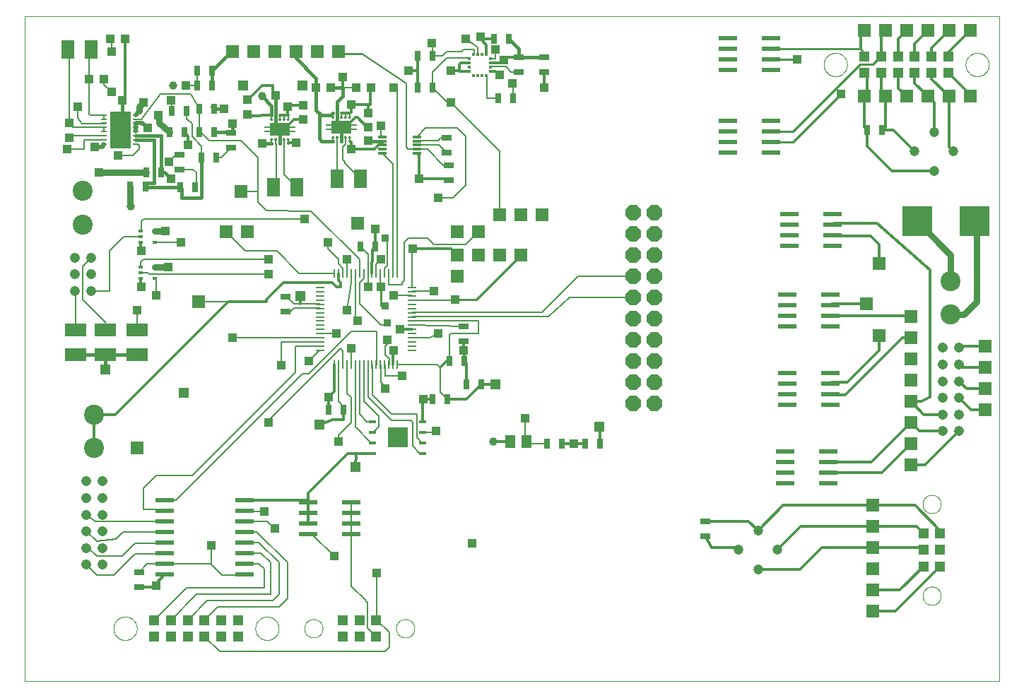
<source format=gtl>
G75*
%MOIN*%
%OFA0B0*%
%FSLAX25Y25*%
%IPPOS*%
%LPD*%
%AMOC8*
5,1,8,0,0,1.08239X$1,22.5*
%
%ADD10C,0.00000*%
%ADD11R,0.01102X0.02795*%
%ADD12C,0.00551*%
%ADD13R,0.09449X0.06496*%
%ADD14R,0.08937X0.01102*%
%ADD15R,0.02756X0.01102*%
%ADD16R,0.00800X0.01600*%
%ADD17R,0.07000X0.03600*%
%ADD18R,0.04724X0.03150*%
%ADD19R,0.03150X0.04724*%
%ADD20R,0.03937X0.04331*%
%ADD21R,0.04331X0.03937*%
%ADD22C,0.04756*%
%ADD23C,0.09449*%
%ADD24R,0.04756X0.04756*%
%ADD25C,0.04724*%
%ADD26R,0.05118X0.05906*%
%ADD27R,0.06299X0.08661*%
%ADD28R,0.08661X0.02362*%
%ADD29R,0.01181X0.01772*%
%ADD30R,0.01772X0.01181*%
%ADD31OC8,0.07400*%
%ADD32R,0.02756X0.00984*%
%ADD33C,0.00096*%
%ADD34R,0.10236X0.05906*%
%ADD35R,0.03937X0.01181*%
%ADD36R,0.03200X0.01600*%
%ADD37R,0.09449X0.09449*%
%ADD38R,0.01969X0.01181*%
%ADD39R,0.00866X0.03937*%
%ADD40R,0.03937X0.00866*%
%ADD41C,0.01500*%
%ADD42R,0.03962X0.03962*%
%ADD43C,0.01200*%
%ADD44C,0.00800*%
%ADD45R,0.04600X0.04600*%
%ADD46R,0.06000X0.06000*%
%ADD47C,0.03962*%
%ADD48C,0.01000*%
%ADD49C,0.02000*%
%ADD50C,0.03000*%
%ADD51R,0.14000X0.14000*%
%ADD52R,0.03600X0.03600*%
D10*
X0001000Y0001000D02*
X0001000Y0314701D01*
X0460921Y0314701D01*
X0460921Y0001000D01*
X0001000Y0001000D01*
X0043023Y0026000D02*
X0043025Y0026148D01*
X0043031Y0026296D01*
X0043041Y0026444D01*
X0043055Y0026591D01*
X0043073Y0026738D01*
X0043094Y0026884D01*
X0043120Y0027030D01*
X0043150Y0027175D01*
X0043183Y0027319D01*
X0043221Y0027462D01*
X0043262Y0027604D01*
X0043307Y0027745D01*
X0043355Y0027885D01*
X0043408Y0028024D01*
X0043464Y0028161D01*
X0043524Y0028296D01*
X0043587Y0028430D01*
X0043654Y0028562D01*
X0043725Y0028692D01*
X0043799Y0028820D01*
X0043876Y0028946D01*
X0043957Y0029070D01*
X0044041Y0029192D01*
X0044128Y0029311D01*
X0044219Y0029428D01*
X0044313Y0029543D01*
X0044409Y0029655D01*
X0044509Y0029765D01*
X0044611Y0029871D01*
X0044717Y0029975D01*
X0044825Y0030076D01*
X0044936Y0030174D01*
X0045049Y0030270D01*
X0045165Y0030362D01*
X0045283Y0030451D01*
X0045404Y0030536D01*
X0045527Y0030619D01*
X0045652Y0030698D01*
X0045779Y0030774D01*
X0045908Y0030846D01*
X0046039Y0030915D01*
X0046172Y0030980D01*
X0046307Y0031041D01*
X0046443Y0031099D01*
X0046580Y0031154D01*
X0046719Y0031204D01*
X0046860Y0031251D01*
X0047001Y0031294D01*
X0047144Y0031334D01*
X0047288Y0031369D01*
X0047432Y0031401D01*
X0047578Y0031428D01*
X0047724Y0031452D01*
X0047871Y0031472D01*
X0048018Y0031488D01*
X0048165Y0031500D01*
X0048313Y0031508D01*
X0048461Y0031512D01*
X0048609Y0031512D01*
X0048757Y0031508D01*
X0048905Y0031500D01*
X0049052Y0031488D01*
X0049199Y0031472D01*
X0049346Y0031452D01*
X0049492Y0031428D01*
X0049638Y0031401D01*
X0049782Y0031369D01*
X0049926Y0031334D01*
X0050069Y0031294D01*
X0050210Y0031251D01*
X0050351Y0031204D01*
X0050490Y0031154D01*
X0050627Y0031099D01*
X0050763Y0031041D01*
X0050898Y0030980D01*
X0051031Y0030915D01*
X0051162Y0030846D01*
X0051291Y0030774D01*
X0051418Y0030698D01*
X0051543Y0030619D01*
X0051666Y0030536D01*
X0051787Y0030451D01*
X0051905Y0030362D01*
X0052021Y0030270D01*
X0052134Y0030174D01*
X0052245Y0030076D01*
X0052353Y0029975D01*
X0052459Y0029871D01*
X0052561Y0029765D01*
X0052661Y0029655D01*
X0052757Y0029543D01*
X0052851Y0029428D01*
X0052942Y0029311D01*
X0053029Y0029192D01*
X0053113Y0029070D01*
X0053194Y0028946D01*
X0053271Y0028820D01*
X0053345Y0028692D01*
X0053416Y0028562D01*
X0053483Y0028430D01*
X0053546Y0028296D01*
X0053606Y0028161D01*
X0053662Y0028024D01*
X0053715Y0027885D01*
X0053763Y0027745D01*
X0053808Y0027604D01*
X0053849Y0027462D01*
X0053887Y0027319D01*
X0053920Y0027175D01*
X0053950Y0027030D01*
X0053976Y0026884D01*
X0053997Y0026738D01*
X0054015Y0026591D01*
X0054029Y0026444D01*
X0054039Y0026296D01*
X0054045Y0026148D01*
X0054047Y0026000D01*
X0054045Y0025852D01*
X0054039Y0025704D01*
X0054029Y0025556D01*
X0054015Y0025409D01*
X0053997Y0025262D01*
X0053976Y0025116D01*
X0053950Y0024970D01*
X0053920Y0024825D01*
X0053887Y0024681D01*
X0053849Y0024538D01*
X0053808Y0024396D01*
X0053763Y0024255D01*
X0053715Y0024115D01*
X0053662Y0023976D01*
X0053606Y0023839D01*
X0053546Y0023704D01*
X0053483Y0023570D01*
X0053416Y0023438D01*
X0053345Y0023308D01*
X0053271Y0023180D01*
X0053194Y0023054D01*
X0053113Y0022930D01*
X0053029Y0022808D01*
X0052942Y0022689D01*
X0052851Y0022572D01*
X0052757Y0022457D01*
X0052661Y0022345D01*
X0052561Y0022235D01*
X0052459Y0022129D01*
X0052353Y0022025D01*
X0052245Y0021924D01*
X0052134Y0021826D01*
X0052021Y0021730D01*
X0051905Y0021638D01*
X0051787Y0021549D01*
X0051666Y0021464D01*
X0051543Y0021381D01*
X0051418Y0021302D01*
X0051291Y0021226D01*
X0051162Y0021154D01*
X0051031Y0021085D01*
X0050898Y0021020D01*
X0050763Y0020959D01*
X0050627Y0020901D01*
X0050490Y0020846D01*
X0050351Y0020796D01*
X0050210Y0020749D01*
X0050069Y0020706D01*
X0049926Y0020666D01*
X0049782Y0020631D01*
X0049638Y0020599D01*
X0049492Y0020572D01*
X0049346Y0020548D01*
X0049199Y0020528D01*
X0049052Y0020512D01*
X0048905Y0020500D01*
X0048757Y0020492D01*
X0048609Y0020488D01*
X0048461Y0020488D01*
X0048313Y0020492D01*
X0048165Y0020500D01*
X0048018Y0020512D01*
X0047871Y0020528D01*
X0047724Y0020548D01*
X0047578Y0020572D01*
X0047432Y0020599D01*
X0047288Y0020631D01*
X0047144Y0020666D01*
X0047001Y0020706D01*
X0046860Y0020749D01*
X0046719Y0020796D01*
X0046580Y0020846D01*
X0046443Y0020901D01*
X0046307Y0020959D01*
X0046172Y0021020D01*
X0046039Y0021085D01*
X0045908Y0021154D01*
X0045779Y0021226D01*
X0045652Y0021302D01*
X0045527Y0021381D01*
X0045404Y0021464D01*
X0045283Y0021549D01*
X0045165Y0021638D01*
X0045049Y0021730D01*
X0044936Y0021826D01*
X0044825Y0021924D01*
X0044717Y0022025D01*
X0044611Y0022129D01*
X0044509Y0022235D01*
X0044409Y0022345D01*
X0044313Y0022457D01*
X0044219Y0022572D01*
X0044128Y0022689D01*
X0044041Y0022808D01*
X0043957Y0022930D01*
X0043876Y0023054D01*
X0043799Y0023180D01*
X0043725Y0023308D01*
X0043654Y0023438D01*
X0043587Y0023570D01*
X0043524Y0023704D01*
X0043464Y0023839D01*
X0043408Y0023976D01*
X0043355Y0024115D01*
X0043307Y0024255D01*
X0043262Y0024396D01*
X0043221Y0024538D01*
X0043183Y0024681D01*
X0043150Y0024825D01*
X0043120Y0024970D01*
X0043094Y0025116D01*
X0043073Y0025262D01*
X0043055Y0025409D01*
X0043041Y0025556D01*
X0043031Y0025704D01*
X0043025Y0025852D01*
X0043023Y0026000D01*
X0109953Y0026000D02*
X0109955Y0026148D01*
X0109961Y0026296D01*
X0109971Y0026444D01*
X0109985Y0026591D01*
X0110003Y0026738D01*
X0110024Y0026884D01*
X0110050Y0027030D01*
X0110080Y0027175D01*
X0110113Y0027319D01*
X0110151Y0027462D01*
X0110192Y0027604D01*
X0110237Y0027745D01*
X0110285Y0027885D01*
X0110338Y0028024D01*
X0110394Y0028161D01*
X0110454Y0028296D01*
X0110517Y0028430D01*
X0110584Y0028562D01*
X0110655Y0028692D01*
X0110729Y0028820D01*
X0110806Y0028946D01*
X0110887Y0029070D01*
X0110971Y0029192D01*
X0111058Y0029311D01*
X0111149Y0029428D01*
X0111243Y0029543D01*
X0111339Y0029655D01*
X0111439Y0029765D01*
X0111541Y0029871D01*
X0111647Y0029975D01*
X0111755Y0030076D01*
X0111866Y0030174D01*
X0111979Y0030270D01*
X0112095Y0030362D01*
X0112213Y0030451D01*
X0112334Y0030536D01*
X0112457Y0030619D01*
X0112582Y0030698D01*
X0112709Y0030774D01*
X0112838Y0030846D01*
X0112969Y0030915D01*
X0113102Y0030980D01*
X0113237Y0031041D01*
X0113373Y0031099D01*
X0113510Y0031154D01*
X0113649Y0031204D01*
X0113790Y0031251D01*
X0113931Y0031294D01*
X0114074Y0031334D01*
X0114218Y0031369D01*
X0114362Y0031401D01*
X0114508Y0031428D01*
X0114654Y0031452D01*
X0114801Y0031472D01*
X0114948Y0031488D01*
X0115095Y0031500D01*
X0115243Y0031508D01*
X0115391Y0031512D01*
X0115539Y0031512D01*
X0115687Y0031508D01*
X0115835Y0031500D01*
X0115982Y0031488D01*
X0116129Y0031472D01*
X0116276Y0031452D01*
X0116422Y0031428D01*
X0116568Y0031401D01*
X0116712Y0031369D01*
X0116856Y0031334D01*
X0116999Y0031294D01*
X0117140Y0031251D01*
X0117281Y0031204D01*
X0117420Y0031154D01*
X0117557Y0031099D01*
X0117693Y0031041D01*
X0117828Y0030980D01*
X0117961Y0030915D01*
X0118092Y0030846D01*
X0118221Y0030774D01*
X0118348Y0030698D01*
X0118473Y0030619D01*
X0118596Y0030536D01*
X0118717Y0030451D01*
X0118835Y0030362D01*
X0118951Y0030270D01*
X0119064Y0030174D01*
X0119175Y0030076D01*
X0119283Y0029975D01*
X0119389Y0029871D01*
X0119491Y0029765D01*
X0119591Y0029655D01*
X0119687Y0029543D01*
X0119781Y0029428D01*
X0119872Y0029311D01*
X0119959Y0029192D01*
X0120043Y0029070D01*
X0120124Y0028946D01*
X0120201Y0028820D01*
X0120275Y0028692D01*
X0120346Y0028562D01*
X0120413Y0028430D01*
X0120476Y0028296D01*
X0120536Y0028161D01*
X0120592Y0028024D01*
X0120645Y0027885D01*
X0120693Y0027745D01*
X0120738Y0027604D01*
X0120779Y0027462D01*
X0120817Y0027319D01*
X0120850Y0027175D01*
X0120880Y0027030D01*
X0120906Y0026884D01*
X0120927Y0026738D01*
X0120945Y0026591D01*
X0120959Y0026444D01*
X0120969Y0026296D01*
X0120975Y0026148D01*
X0120977Y0026000D01*
X0120975Y0025852D01*
X0120969Y0025704D01*
X0120959Y0025556D01*
X0120945Y0025409D01*
X0120927Y0025262D01*
X0120906Y0025116D01*
X0120880Y0024970D01*
X0120850Y0024825D01*
X0120817Y0024681D01*
X0120779Y0024538D01*
X0120738Y0024396D01*
X0120693Y0024255D01*
X0120645Y0024115D01*
X0120592Y0023976D01*
X0120536Y0023839D01*
X0120476Y0023704D01*
X0120413Y0023570D01*
X0120346Y0023438D01*
X0120275Y0023308D01*
X0120201Y0023180D01*
X0120124Y0023054D01*
X0120043Y0022930D01*
X0119959Y0022808D01*
X0119872Y0022689D01*
X0119781Y0022572D01*
X0119687Y0022457D01*
X0119591Y0022345D01*
X0119491Y0022235D01*
X0119389Y0022129D01*
X0119283Y0022025D01*
X0119175Y0021924D01*
X0119064Y0021826D01*
X0118951Y0021730D01*
X0118835Y0021638D01*
X0118717Y0021549D01*
X0118596Y0021464D01*
X0118473Y0021381D01*
X0118348Y0021302D01*
X0118221Y0021226D01*
X0118092Y0021154D01*
X0117961Y0021085D01*
X0117828Y0021020D01*
X0117693Y0020959D01*
X0117557Y0020901D01*
X0117420Y0020846D01*
X0117281Y0020796D01*
X0117140Y0020749D01*
X0116999Y0020706D01*
X0116856Y0020666D01*
X0116712Y0020631D01*
X0116568Y0020599D01*
X0116422Y0020572D01*
X0116276Y0020548D01*
X0116129Y0020528D01*
X0115982Y0020512D01*
X0115835Y0020500D01*
X0115687Y0020492D01*
X0115539Y0020488D01*
X0115391Y0020488D01*
X0115243Y0020492D01*
X0115095Y0020500D01*
X0114948Y0020512D01*
X0114801Y0020528D01*
X0114654Y0020548D01*
X0114508Y0020572D01*
X0114362Y0020599D01*
X0114218Y0020631D01*
X0114074Y0020666D01*
X0113931Y0020706D01*
X0113790Y0020749D01*
X0113649Y0020796D01*
X0113510Y0020846D01*
X0113373Y0020901D01*
X0113237Y0020959D01*
X0113102Y0021020D01*
X0112969Y0021085D01*
X0112838Y0021154D01*
X0112709Y0021226D01*
X0112582Y0021302D01*
X0112457Y0021381D01*
X0112334Y0021464D01*
X0112213Y0021549D01*
X0112095Y0021638D01*
X0111979Y0021730D01*
X0111866Y0021826D01*
X0111755Y0021924D01*
X0111647Y0022025D01*
X0111541Y0022129D01*
X0111439Y0022235D01*
X0111339Y0022345D01*
X0111243Y0022457D01*
X0111149Y0022572D01*
X0111058Y0022689D01*
X0110971Y0022808D01*
X0110887Y0022930D01*
X0110806Y0023054D01*
X0110729Y0023180D01*
X0110655Y0023308D01*
X0110584Y0023438D01*
X0110517Y0023570D01*
X0110454Y0023704D01*
X0110394Y0023839D01*
X0110338Y0023976D01*
X0110285Y0024115D01*
X0110237Y0024255D01*
X0110192Y0024396D01*
X0110151Y0024538D01*
X0110113Y0024681D01*
X0110080Y0024825D01*
X0110050Y0024970D01*
X0110024Y0025116D01*
X0110003Y0025262D01*
X0109985Y0025409D01*
X0109971Y0025556D01*
X0109961Y0025704D01*
X0109955Y0025852D01*
X0109953Y0026000D01*
X0133015Y0026000D02*
X0133017Y0026131D01*
X0133023Y0026263D01*
X0133033Y0026394D01*
X0133047Y0026525D01*
X0133065Y0026655D01*
X0133087Y0026784D01*
X0133112Y0026913D01*
X0133142Y0027041D01*
X0133176Y0027168D01*
X0133213Y0027295D01*
X0133254Y0027419D01*
X0133299Y0027543D01*
X0133348Y0027665D01*
X0133400Y0027786D01*
X0133456Y0027904D01*
X0133516Y0028022D01*
X0133579Y0028137D01*
X0133646Y0028250D01*
X0133716Y0028362D01*
X0133789Y0028471D01*
X0133865Y0028577D01*
X0133945Y0028682D01*
X0134028Y0028784D01*
X0134114Y0028883D01*
X0134203Y0028980D01*
X0134295Y0029074D01*
X0134390Y0029165D01*
X0134487Y0029254D01*
X0134587Y0029339D01*
X0134690Y0029421D01*
X0134795Y0029500D01*
X0134902Y0029576D01*
X0135012Y0029648D01*
X0135124Y0029717D01*
X0135238Y0029783D01*
X0135353Y0029845D01*
X0135471Y0029904D01*
X0135590Y0029959D01*
X0135711Y0030011D01*
X0135834Y0030058D01*
X0135958Y0030102D01*
X0136083Y0030143D01*
X0136209Y0030179D01*
X0136337Y0030212D01*
X0136465Y0030240D01*
X0136594Y0030265D01*
X0136724Y0030286D01*
X0136854Y0030303D01*
X0136985Y0030316D01*
X0137116Y0030325D01*
X0137247Y0030330D01*
X0137379Y0030331D01*
X0137510Y0030328D01*
X0137642Y0030321D01*
X0137773Y0030310D01*
X0137903Y0030295D01*
X0138033Y0030276D01*
X0138163Y0030253D01*
X0138291Y0030227D01*
X0138419Y0030196D01*
X0138546Y0030161D01*
X0138672Y0030123D01*
X0138796Y0030081D01*
X0138920Y0030035D01*
X0139041Y0029985D01*
X0139161Y0029932D01*
X0139280Y0029875D01*
X0139397Y0029815D01*
X0139511Y0029751D01*
X0139624Y0029683D01*
X0139735Y0029612D01*
X0139844Y0029538D01*
X0139950Y0029461D01*
X0140054Y0029380D01*
X0140155Y0029297D01*
X0140254Y0029210D01*
X0140350Y0029120D01*
X0140443Y0029027D01*
X0140534Y0028932D01*
X0140621Y0028834D01*
X0140706Y0028733D01*
X0140787Y0028630D01*
X0140865Y0028524D01*
X0140940Y0028416D01*
X0141012Y0028306D01*
X0141080Y0028194D01*
X0141145Y0028080D01*
X0141206Y0027963D01*
X0141264Y0027845D01*
X0141318Y0027725D01*
X0141369Y0027604D01*
X0141416Y0027481D01*
X0141459Y0027357D01*
X0141498Y0027232D01*
X0141534Y0027105D01*
X0141565Y0026977D01*
X0141593Y0026849D01*
X0141617Y0026720D01*
X0141637Y0026590D01*
X0141653Y0026459D01*
X0141665Y0026328D01*
X0141673Y0026197D01*
X0141677Y0026066D01*
X0141677Y0025934D01*
X0141673Y0025803D01*
X0141665Y0025672D01*
X0141653Y0025541D01*
X0141637Y0025410D01*
X0141617Y0025280D01*
X0141593Y0025151D01*
X0141565Y0025023D01*
X0141534Y0024895D01*
X0141498Y0024768D01*
X0141459Y0024643D01*
X0141416Y0024519D01*
X0141369Y0024396D01*
X0141318Y0024275D01*
X0141264Y0024155D01*
X0141206Y0024037D01*
X0141145Y0023920D01*
X0141080Y0023806D01*
X0141012Y0023694D01*
X0140940Y0023584D01*
X0140865Y0023476D01*
X0140787Y0023370D01*
X0140706Y0023267D01*
X0140621Y0023166D01*
X0140534Y0023068D01*
X0140443Y0022973D01*
X0140350Y0022880D01*
X0140254Y0022790D01*
X0140155Y0022703D01*
X0140054Y0022620D01*
X0139950Y0022539D01*
X0139844Y0022462D01*
X0139735Y0022388D01*
X0139624Y0022317D01*
X0139512Y0022249D01*
X0139397Y0022185D01*
X0139280Y0022125D01*
X0139161Y0022068D01*
X0139041Y0022015D01*
X0138920Y0021965D01*
X0138796Y0021919D01*
X0138672Y0021877D01*
X0138546Y0021839D01*
X0138419Y0021804D01*
X0138291Y0021773D01*
X0138163Y0021747D01*
X0138033Y0021724D01*
X0137903Y0021705D01*
X0137773Y0021690D01*
X0137642Y0021679D01*
X0137510Y0021672D01*
X0137379Y0021669D01*
X0137247Y0021670D01*
X0137116Y0021675D01*
X0136985Y0021684D01*
X0136854Y0021697D01*
X0136724Y0021714D01*
X0136594Y0021735D01*
X0136465Y0021760D01*
X0136337Y0021788D01*
X0136209Y0021821D01*
X0136083Y0021857D01*
X0135958Y0021898D01*
X0135834Y0021942D01*
X0135711Y0021989D01*
X0135590Y0022041D01*
X0135471Y0022096D01*
X0135353Y0022155D01*
X0135238Y0022217D01*
X0135124Y0022283D01*
X0135012Y0022352D01*
X0134902Y0022424D01*
X0134795Y0022500D01*
X0134690Y0022579D01*
X0134587Y0022661D01*
X0134487Y0022746D01*
X0134390Y0022835D01*
X0134295Y0022926D01*
X0134203Y0023020D01*
X0134114Y0023117D01*
X0134028Y0023216D01*
X0133945Y0023318D01*
X0133865Y0023423D01*
X0133789Y0023529D01*
X0133716Y0023638D01*
X0133646Y0023750D01*
X0133579Y0023863D01*
X0133516Y0023978D01*
X0133456Y0024096D01*
X0133400Y0024214D01*
X0133348Y0024335D01*
X0133299Y0024457D01*
X0133254Y0024581D01*
X0133213Y0024705D01*
X0133176Y0024832D01*
X0133142Y0024959D01*
X0133112Y0025087D01*
X0133087Y0025216D01*
X0133065Y0025345D01*
X0133047Y0025475D01*
X0133033Y0025606D01*
X0133023Y0025737D01*
X0133017Y0025869D01*
X0133015Y0026000D01*
X0176323Y0026000D02*
X0176325Y0026131D01*
X0176331Y0026263D01*
X0176341Y0026394D01*
X0176355Y0026525D01*
X0176373Y0026655D01*
X0176395Y0026784D01*
X0176420Y0026913D01*
X0176450Y0027041D01*
X0176484Y0027168D01*
X0176521Y0027295D01*
X0176562Y0027419D01*
X0176607Y0027543D01*
X0176656Y0027665D01*
X0176708Y0027786D01*
X0176764Y0027904D01*
X0176824Y0028022D01*
X0176887Y0028137D01*
X0176954Y0028250D01*
X0177024Y0028362D01*
X0177097Y0028471D01*
X0177173Y0028577D01*
X0177253Y0028682D01*
X0177336Y0028784D01*
X0177422Y0028883D01*
X0177511Y0028980D01*
X0177603Y0029074D01*
X0177698Y0029165D01*
X0177795Y0029254D01*
X0177895Y0029339D01*
X0177998Y0029421D01*
X0178103Y0029500D01*
X0178210Y0029576D01*
X0178320Y0029648D01*
X0178432Y0029717D01*
X0178546Y0029783D01*
X0178661Y0029845D01*
X0178779Y0029904D01*
X0178898Y0029959D01*
X0179019Y0030011D01*
X0179142Y0030058D01*
X0179266Y0030102D01*
X0179391Y0030143D01*
X0179517Y0030179D01*
X0179645Y0030212D01*
X0179773Y0030240D01*
X0179902Y0030265D01*
X0180032Y0030286D01*
X0180162Y0030303D01*
X0180293Y0030316D01*
X0180424Y0030325D01*
X0180555Y0030330D01*
X0180687Y0030331D01*
X0180818Y0030328D01*
X0180950Y0030321D01*
X0181081Y0030310D01*
X0181211Y0030295D01*
X0181341Y0030276D01*
X0181471Y0030253D01*
X0181599Y0030227D01*
X0181727Y0030196D01*
X0181854Y0030161D01*
X0181980Y0030123D01*
X0182104Y0030081D01*
X0182228Y0030035D01*
X0182349Y0029985D01*
X0182469Y0029932D01*
X0182588Y0029875D01*
X0182705Y0029815D01*
X0182819Y0029751D01*
X0182932Y0029683D01*
X0183043Y0029612D01*
X0183152Y0029538D01*
X0183258Y0029461D01*
X0183362Y0029380D01*
X0183463Y0029297D01*
X0183562Y0029210D01*
X0183658Y0029120D01*
X0183751Y0029027D01*
X0183842Y0028932D01*
X0183929Y0028834D01*
X0184014Y0028733D01*
X0184095Y0028630D01*
X0184173Y0028524D01*
X0184248Y0028416D01*
X0184320Y0028306D01*
X0184388Y0028194D01*
X0184453Y0028080D01*
X0184514Y0027963D01*
X0184572Y0027845D01*
X0184626Y0027725D01*
X0184677Y0027604D01*
X0184724Y0027481D01*
X0184767Y0027357D01*
X0184806Y0027232D01*
X0184842Y0027105D01*
X0184873Y0026977D01*
X0184901Y0026849D01*
X0184925Y0026720D01*
X0184945Y0026590D01*
X0184961Y0026459D01*
X0184973Y0026328D01*
X0184981Y0026197D01*
X0184985Y0026066D01*
X0184985Y0025934D01*
X0184981Y0025803D01*
X0184973Y0025672D01*
X0184961Y0025541D01*
X0184945Y0025410D01*
X0184925Y0025280D01*
X0184901Y0025151D01*
X0184873Y0025023D01*
X0184842Y0024895D01*
X0184806Y0024768D01*
X0184767Y0024643D01*
X0184724Y0024519D01*
X0184677Y0024396D01*
X0184626Y0024275D01*
X0184572Y0024155D01*
X0184514Y0024037D01*
X0184453Y0023920D01*
X0184388Y0023806D01*
X0184320Y0023694D01*
X0184248Y0023584D01*
X0184173Y0023476D01*
X0184095Y0023370D01*
X0184014Y0023267D01*
X0183929Y0023166D01*
X0183842Y0023068D01*
X0183751Y0022973D01*
X0183658Y0022880D01*
X0183562Y0022790D01*
X0183463Y0022703D01*
X0183362Y0022620D01*
X0183258Y0022539D01*
X0183152Y0022462D01*
X0183043Y0022388D01*
X0182932Y0022317D01*
X0182820Y0022249D01*
X0182705Y0022185D01*
X0182588Y0022125D01*
X0182469Y0022068D01*
X0182349Y0022015D01*
X0182228Y0021965D01*
X0182104Y0021919D01*
X0181980Y0021877D01*
X0181854Y0021839D01*
X0181727Y0021804D01*
X0181599Y0021773D01*
X0181471Y0021747D01*
X0181341Y0021724D01*
X0181211Y0021705D01*
X0181081Y0021690D01*
X0180950Y0021679D01*
X0180818Y0021672D01*
X0180687Y0021669D01*
X0180555Y0021670D01*
X0180424Y0021675D01*
X0180293Y0021684D01*
X0180162Y0021697D01*
X0180032Y0021714D01*
X0179902Y0021735D01*
X0179773Y0021760D01*
X0179645Y0021788D01*
X0179517Y0021821D01*
X0179391Y0021857D01*
X0179266Y0021898D01*
X0179142Y0021942D01*
X0179019Y0021989D01*
X0178898Y0022041D01*
X0178779Y0022096D01*
X0178661Y0022155D01*
X0178546Y0022217D01*
X0178432Y0022283D01*
X0178320Y0022352D01*
X0178210Y0022424D01*
X0178103Y0022500D01*
X0177998Y0022579D01*
X0177895Y0022661D01*
X0177795Y0022746D01*
X0177698Y0022835D01*
X0177603Y0022926D01*
X0177511Y0023020D01*
X0177422Y0023117D01*
X0177336Y0023216D01*
X0177253Y0023318D01*
X0177173Y0023423D01*
X0177097Y0023529D01*
X0177024Y0023638D01*
X0176954Y0023750D01*
X0176887Y0023863D01*
X0176824Y0023978D01*
X0176764Y0024096D01*
X0176708Y0024214D01*
X0176656Y0024335D01*
X0176607Y0024457D01*
X0176562Y0024581D01*
X0176521Y0024705D01*
X0176484Y0024832D01*
X0176450Y0024959D01*
X0176420Y0025087D01*
X0176395Y0025216D01*
X0176373Y0025345D01*
X0176355Y0025475D01*
X0176341Y0025606D01*
X0176331Y0025737D01*
X0176325Y0025869D01*
X0176323Y0026000D01*
X0424669Y0041346D02*
X0424671Y0041477D01*
X0424677Y0041609D01*
X0424687Y0041740D01*
X0424701Y0041871D01*
X0424719Y0042001D01*
X0424741Y0042130D01*
X0424766Y0042259D01*
X0424796Y0042387D01*
X0424830Y0042514D01*
X0424867Y0042641D01*
X0424908Y0042765D01*
X0424953Y0042889D01*
X0425002Y0043011D01*
X0425054Y0043132D01*
X0425110Y0043250D01*
X0425170Y0043368D01*
X0425233Y0043483D01*
X0425300Y0043596D01*
X0425370Y0043708D01*
X0425443Y0043817D01*
X0425519Y0043923D01*
X0425599Y0044028D01*
X0425682Y0044130D01*
X0425768Y0044229D01*
X0425857Y0044326D01*
X0425949Y0044420D01*
X0426044Y0044511D01*
X0426141Y0044600D01*
X0426241Y0044685D01*
X0426344Y0044767D01*
X0426449Y0044846D01*
X0426556Y0044922D01*
X0426666Y0044994D01*
X0426778Y0045063D01*
X0426892Y0045129D01*
X0427007Y0045191D01*
X0427125Y0045250D01*
X0427244Y0045305D01*
X0427365Y0045357D01*
X0427488Y0045404D01*
X0427612Y0045448D01*
X0427737Y0045489D01*
X0427863Y0045525D01*
X0427991Y0045558D01*
X0428119Y0045586D01*
X0428248Y0045611D01*
X0428378Y0045632D01*
X0428508Y0045649D01*
X0428639Y0045662D01*
X0428770Y0045671D01*
X0428901Y0045676D01*
X0429033Y0045677D01*
X0429164Y0045674D01*
X0429296Y0045667D01*
X0429427Y0045656D01*
X0429557Y0045641D01*
X0429687Y0045622D01*
X0429817Y0045599D01*
X0429945Y0045573D01*
X0430073Y0045542D01*
X0430200Y0045507D01*
X0430326Y0045469D01*
X0430450Y0045427D01*
X0430574Y0045381D01*
X0430695Y0045331D01*
X0430815Y0045278D01*
X0430934Y0045221D01*
X0431051Y0045161D01*
X0431165Y0045097D01*
X0431278Y0045029D01*
X0431389Y0044958D01*
X0431498Y0044884D01*
X0431604Y0044807D01*
X0431708Y0044726D01*
X0431809Y0044643D01*
X0431908Y0044556D01*
X0432004Y0044466D01*
X0432097Y0044373D01*
X0432188Y0044278D01*
X0432275Y0044180D01*
X0432360Y0044079D01*
X0432441Y0043976D01*
X0432519Y0043870D01*
X0432594Y0043762D01*
X0432666Y0043652D01*
X0432734Y0043540D01*
X0432799Y0043426D01*
X0432860Y0043309D01*
X0432918Y0043191D01*
X0432972Y0043071D01*
X0433023Y0042950D01*
X0433070Y0042827D01*
X0433113Y0042703D01*
X0433152Y0042578D01*
X0433188Y0042451D01*
X0433219Y0042323D01*
X0433247Y0042195D01*
X0433271Y0042066D01*
X0433291Y0041936D01*
X0433307Y0041805D01*
X0433319Y0041674D01*
X0433327Y0041543D01*
X0433331Y0041412D01*
X0433331Y0041280D01*
X0433327Y0041149D01*
X0433319Y0041018D01*
X0433307Y0040887D01*
X0433291Y0040756D01*
X0433271Y0040626D01*
X0433247Y0040497D01*
X0433219Y0040369D01*
X0433188Y0040241D01*
X0433152Y0040114D01*
X0433113Y0039989D01*
X0433070Y0039865D01*
X0433023Y0039742D01*
X0432972Y0039621D01*
X0432918Y0039501D01*
X0432860Y0039383D01*
X0432799Y0039266D01*
X0432734Y0039152D01*
X0432666Y0039040D01*
X0432594Y0038930D01*
X0432519Y0038822D01*
X0432441Y0038716D01*
X0432360Y0038613D01*
X0432275Y0038512D01*
X0432188Y0038414D01*
X0432097Y0038319D01*
X0432004Y0038226D01*
X0431908Y0038136D01*
X0431809Y0038049D01*
X0431708Y0037966D01*
X0431604Y0037885D01*
X0431498Y0037808D01*
X0431389Y0037734D01*
X0431278Y0037663D01*
X0431166Y0037595D01*
X0431051Y0037531D01*
X0430934Y0037471D01*
X0430815Y0037414D01*
X0430695Y0037361D01*
X0430574Y0037311D01*
X0430450Y0037265D01*
X0430326Y0037223D01*
X0430200Y0037185D01*
X0430073Y0037150D01*
X0429945Y0037119D01*
X0429817Y0037093D01*
X0429687Y0037070D01*
X0429557Y0037051D01*
X0429427Y0037036D01*
X0429296Y0037025D01*
X0429164Y0037018D01*
X0429033Y0037015D01*
X0428901Y0037016D01*
X0428770Y0037021D01*
X0428639Y0037030D01*
X0428508Y0037043D01*
X0428378Y0037060D01*
X0428248Y0037081D01*
X0428119Y0037106D01*
X0427991Y0037134D01*
X0427863Y0037167D01*
X0427737Y0037203D01*
X0427612Y0037244D01*
X0427488Y0037288D01*
X0427365Y0037335D01*
X0427244Y0037387D01*
X0427125Y0037442D01*
X0427007Y0037501D01*
X0426892Y0037563D01*
X0426778Y0037629D01*
X0426666Y0037698D01*
X0426556Y0037770D01*
X0426449Y0037846D01*
X0426344Y0037925D01*
X0426241Y0038007D01*
X0426141Y0038092D01*
X0426044Y0038181D01*
X0425949Y0038272D01*
X0425857Y0038366D01*
X0425768Y0038463D01*
X0425682Y0038562D01*
X0425599Y0038664D01*
X0425519Y0038769D01*
X0425443Y0038875D01*
X0425370Y0038984D01*
X0425300Y0039096D01*
X0425233Y0039209D01*
X0425170Y0039324D01*
X0425110Y0039442D01*
X0425054Y0039560D01*
X0425002Y0039681D01*
X0424953Y0039803D01*
X0424908Y0039927D01*
X0424867Y0040051D01*
X0424830Y0040178D01*
X0424796Y0040305D01*
X0424766Y0040433D01*
X0424741Y0040562D01*
X0424719Y0040691D01*
X0424701Y0040821D01*
X0424687Y0040952D01*
X0424677Y0041083D01*
X0424671Y0041215D01*
X0424669Y0041346D01*
X0424669Y0084654D02*
X0424671Y0084785D01*
X0424677Y0084917D01*
X0424687Y0085048D01*
X0424701Y0085179D01*
X0424719Y0085309D01*
X0424741Y0085438D01*
X0424766Y0085567D01*
X0424796Y0085695D01*
X0424830Y0085822D01*
X0424867Y0085949D01*
X0424908Y0086073D01*
X0424953Y0086197D01*
X0425002Y0086319D01*
X0425054Y0086440D01*
X0425110Y0086558D01*
X0425170Y0086676D01*
X0425233Y0086791D01*
X0425300Y0086904D01*
X0425370Y0087016D01*
X0425443Y0087125D01*
X0425519Y0087231D01*
X0425599Y0087336D01*
X0425682Y0087438D01*
X0425768Y0087537D01*
X0425857Y0087634D01*
X0425949Y0087728D01*
X0426044Y0087819D01*
X0426141Y0087908D01*
X0426241Y0087993D01*
X0426344Y0088075D01*
X0426449Y0088154D01*
X0426556Y0088230D01*
X0426666Y0088302D01*
X0426778Y0088371D01*
X0426892Y0088437D01*
X0427007Y0088499D01*
X0427125Y0088558D01*
X0427244Y0088613D01*
X0427365Y0088665D01*
X0427488Y0088712D01*
X0427612Y0088756D01*
X0427737Y0088797D01*
X0427863Y0088833D01*
X0427991Y0088866D01*
X0428119Y0088894D01*
X0428248Y0088919D01*
X0428378Y0088940D01*
X0428508Y0088957D01*
X0428639Y0088970D01*
X0428770Y0088979D01*
X0428901Y0088984D01*
X0429033Y0088985D01*
X0429164Y0088982D01*
X0429296Y0088975D01*
X0429427Y0088964D01*
X0429557Y0088949D01*
X0429687Y0088930D01*
X0429817Y0088907D01*
X0429945Y0088881D01*
X0430073Y0088850D01*
X0430200Y0088815D01*
X0430326Y0088777D01*
X0430450Y0088735D01*
X0430574Y0088689D01*
X0430695Y0088639D01*
X0430815Y0088586D01*
X0430934Y0088529D01*
X0431051Y0088469D01*
X0431165Y0088405D01*
X0431278Y0088337D01*
X0431389Y0088266D01*
X0431498Y0088192D01*
X0431604Y0088115D01*
X0431708Y0088034D01*
X0431809Y0087951D01*
X0431908Y0087864D01*
X0432004Y0087774D01*
X0432097Y0087681D01*
X0432188Y0087586D01*
X0432275Y0087488D01*
X0432360Y0087387D01*
X0432441Y0087284D01*
X0432519Y0087178D01*
X0432594Y0087070D01*
X0432666Y0086960D01*
X0432734Y0086848D01*
X0432799Y0086734D01*
X0432860Y0086617D01*
X0432918Y0086499D01*
X0432972Y0086379D01*
X0433023Y0086258D01*
X0433070Y0086135D01*
X0433113Y0086011D01*
X0433152Y0085886D01*
X0433188Y0085759D01*
X0433219Y0085631D01*
X0433247Y0085503D01*
X0433271Y0085374D01*
X0433291Y0085244D01*
X0433307Y0085113D01*
X0433319Y0084982D01*
X0433327Y0084851D01*
X0433331Y0084720D01*
X0433331Y0084588D01*
X0433327Y0084457D01*
X0433319Y0084326D01*
X0433307Y0084195D01*
X0433291Y0084064D01*
X0433271Y0083934D01*
X0433247Y0083805D01*
X0433219Y0083677D01*
X0433188Y0083549D01*
X0433152Y0083422D01*
X0433113Y0083297D01*
X0433070Y0083173D01*
X0433023Y0083050D01*
X0432972Y0082929D01*
X0432918Y0082809D01*
X0432860Y0082691D01*
X0432799Y0082574D01*
X0432734Y0082460D01*
X0432666Y0082348D01*
X0432594Y0082238D01*
X0432519Y0082130D01*
X0432441Y0082024D01*
X0432360Y0081921D01*
X0432275Y0081820D01*
X0432188Y0081722D01*
X0432097Y0081627D01*
X0432004Y0081534D01*
X0431908Y0081444D01*
X0431809Y0081357D01*
X0431708Y0081274D01*
X0431604Y0081193D01*
X0431498Y0081116D01*
X0431389Y0081042D01*
X0431278Y0080971D01*
X0431166Y0080903D01*
X0431051Y0080839D01*
X0430934Y0080779D01*
X0430815Y0080722D01*
X0430695Y0080669D01*
X0430574Y0080619D01*
X0430450Y0080573D01*
X0430326Y0080531D01*
X0430200Y0080493D01*
X0430073Y0080458D01*
X0429945Y0080427D01*
X0429817Y0080401D01*
X0429687Y0080378D01*
X0429557Y0080359D01*
X0429427Y0080344D01*
X0429296Y0080333D01*
X0429164Y0080326D01*
X0429033Y0080323D01*
X0428901Y0080324D01*
X0428770Y0080329D01*
X0428639Y0080338D01*
X0428508Y0080351D01*
X0428378Y0080368D01*
X0428248Y0080389D01*
X0428119Y0080414D01*
X0427991Y0080442D01*
X0427863Y0080475D01*
X0427737Y0080511D01*
X0427612Y0080552D01*
X0427488Y0080596D01*
X0427365Y0080643D01*
X0427244Y0080695D01*
X0427125Y0080750D01*
X0427007Y0080809D01*
X0426892Y0080871D01*
X0426778Y0080937D01*
X0426666Y0081006D01*
X0426556Y0081078D01*
X0426449Y0081154D01*
X0426344Y0081233D01*
X0426241Y0081315D01*
X0426141Y0081400D01*
X0426044Y0081489D01*
X0425949Y0081580D01*
X0425857Y0081674D01*
X0425768Y0081771D01*
X0425682Y0081870D01*
X0425599Y0081972D01*
X0425519Y0082077D01*
X0425443Y0082183D01*
X0425370Y0082292D01*
X0425300Y0082404D01*
X0425233Y0082517D01*
X0425170Y0082632D01*
X0425110Y0082750D01*
X0425054Y0082868D01*
X0425002Y0082989D01*
X0424953Y0083111D01*
X0424908Y0083235D01*
X0424867Y0083359D01*
X0424830Y0083486D01*
X0424796Y0083613D01*
X0424766Y0083741D01*
X0424741Y0083870D01*
X0424719Y0083999D01*
X0424701Y0084129D01*
X0424687Y0084260D01*
X0424677Y0084391D01*
X0424671Y0084523D01*
X0424669Y0084654D01*
X0444953Y0292000D02*
X0444955Y0292148D01*
X0444961Y0292296D01*
X0444971Y0292444D01*
X0444985Y0292591D01*
X0445003Y0292738D01*
X0445024Y0292884D01*
X0445050Y0293030D01*
X0445080Y0293175D01*
X0445113Y0293319D01*
X0445151Y0293462D01*
X0445192Y0293604D01*
X0445237Y0293745D01*
X0445285Y0293885D01*
X0445338Y0294024D01*
X0445394Y0294161D01*
X0445454Y0294296D01*
X0445517Y0294430D01*
X0445584Y0294562D01*
X0445655Y0294692D01*
X0445729Y0294820D01*
X0445806Y0294946D01*
X0445887Y0295070D01*
X0445971Y0295192D01*
X0446058Y0295311D01*
X0446149Y0295428D01*
X0446243Y0295543D01*
X0446339Y0295655D01*
X0446439Y0295765D01*
X0446541Y0295871D01*
X0446647Y0295975D01*
X0446755Y0296076D01*
X0446866Y0296174D01*
X0446979Y0296270D01*
X0447095Y0296362D01*
X0447213Y0296451D01*
X0447334Y0296536D01*
X0447457Y0296619D01*
X0447582Y0296698D01*
X0447709Y0296774D01*
X0447838Y0296846D01*
X0447969Y0296915D01*
X0448102Y0296980D01*
X0448237Y0297041D01*
X0448373Y0297099D01*
X0448510Y0297154D01*
X0448649Y0297204D01*
X0448790Y0297251D01*
X0448931Y0297294D01*
X0449074Y0297334D01*
X0449218Y0297369D01*
X0449362Y0297401D01*
X0449508Y0297428D01*
X0449654Y0297452D01*
X0449801Y0297472D01*
X0449948Y0297488D01*
X0450095Y0297500D01*
X0450243Y0297508D01*
X0450391Y0297512D01*
X0450539Y0297512D01*
X0450687Y0297508D01*
X0450835Y0297500D01*
X0450982Y0297488D01*
X0451129Y0297472D01*
X0451276Y0297452D01*
X0451422Y0297428D01*
X0451568Y0297401D01*
X0451712Y0297369D01*
X0451856Y0297334D01*
X0451999Y0297294D01*
X0452140Y0297251D01*
X0452281Y0297204D01*
X0452420Y0297154D01*
X0452557Y0297099D01*
X0452693Y0297041D01*
X0452828Y0296980D01*
X0452961Y0296915D01*
X0453092Y0296846D01*
X0453221Y0296774D01*
X0453348Y0296698D01*
X0453473Y0296619D01*
X0453596Y0296536D01*
X0453717Y0296451D01*
X0453835Y0296362D01*
X0453951Y0296270D01*
X0454064Y0296174D01*
X0454175Y0296076D01*
X0454283Y0295975D01*
X0454389Y0295871D01*
X0454491Y0295765D01*
X0454591Y0295655D01*
X0454687Y0295543D01*
X0454781Y0295428D01*
X0454872Y0295311D01*
X0454959Y0295192D01*
X0455043Y0295070D01*
X0455124Y0294946D01*
X0455201Y0294820D01*
X0455275Y0294692D01*
X0455346Y0294562D01*
X0455413Y0294430D01*
X0455476Y0294296D01*
X0455536Y0294161D01*
X0455592Y0294024D01*
X0455645Y0293885D01*
X0455693Y0293745D01*
X0455738Y0293604D01*
X0455779Y0293462D01*
X0455817Y0293319D01*
X0455850Y0293175D01*
X0455880Y0293030D01*
X0455906Y0292884D01*
X0455927Y0292738D01*
X0455945Y0292591D01*
X0455959Y0292444D01*
X0455969Y0292296D01*
X0455975Y0292148D01*
X0455977Y0292000D01*
X0455975Y0291852D01*
X0455969Y0291704D01*
X0455959Y0291556D01*
X0455945Y0291409D01*
X0455927Y0291262D01*
X0455906Y0291116D01*
X0455880Y0290970D01*
X0455850Y0290825D01*
X0455817Y0290681D01*
X0455779Y0290538D01*
X0455738Y0290396D01*
X0455693Y0290255D01*
X0455645Y0290115D01*
X0455592Y0289976D01*
X0455536Y0289839D01*
X0455476Y0289704D01*
X0455413Y0289570D01*
X0455346Y0289438D01*
X0455275Y0289308D01*
X0455201Y0289180D01*
X0455124Y0289054D01*
X0455043Y0288930D01*
X0454959Y0288808D01*
X0454872Y0288689D01*
X0454781Y0288572D01*
X0454687Y0288457D01*
X0454591Y0288345D01*
X0454491Y0288235D01*
X0454389Y0288129D01*
X0454283Y0288025D01*
X0454175Y0287924D01*
X0454064Y0287826D01*
X0453951Y0287730D01*
X0453835Y0287638D01*
X0453717Y0287549D01*
X0453596Y0287464D01*
X0453473Y0287381D01*
X0453348Y0287302D01*
X0453221Y0287226D01*
X0453092Y0287154D01*
X0452961Y0287085D01*
X0452828Y0287020D01*
X0452693Y0286959D01*
X0452557Y0286901D01*
X0452420Y0286846D01*
X0452281Y0286796D01*
X0452140Y0286749D01*
X0451999Y0286706D01*
X0451856Y0286666D01*
X0451712Y0286631D01*
X0451568Y0286599D01*
X0451422Y0286572D01*
X0451276Y0286548D01*
X0451129Y0286528D01*
X0450982Y0286512D01*
X0450835Y0286500D01*
X0450687Y0286492D01*
X0450539Y0286488D01*
X0450391Y0286488D01*
X0450243Y0286492D01*
X0450095Y0286500D01*
X0449948Y0286512D01*
X0449801Y0286528D01*
X0449654Y0286548D01*
X0449508Y0286572D01*
X0449362Y0286599D01*
X0449218Y0286631D01*
X0449074Y0286666D01*
X0448931Y0286706D01*
X0448790Y0286749D01*
X0448649Y0286796D01*
X0448510Y0286846D01*
X0448373Y0286901D01*
X0448237Y0286959D01*
X0448102Y0287020D01*
X0447969Y0287085D01*
X0447838Y0287154D01*
X0447709Y0287226D01*
X0447582Y0287302D01*
X0447457Y0287381D01*
X0447334Y0287464D01*
X0447213Y0287549D01*
X0447095Y0287638D01*
X0446979Y0287730D01*
X0446866Y0287826D01*
X0446755Y0287924D01*
X0446647Y0288025D01*
X0446541Y0288129D01*
X0446439Y0288235D01*
X0446339Y0288345D01*
X0446243Y0288457D01*
X0446149Y0288572D01*
X0446058Y0288689D01*
X0445971Y0288808D01*
X0445887Y0288930D01*
X0445806Y0289054D01*
X0445729Y0289180D01*
X0445655Y0289308D01*
X0445584Y0289438D01*
X0445517Y0289570D01*
X0445454Y0289704D01*
X0445394Y0289839D01*
X0445338Y0289976D01*
X0445285Y0290115D01*
X0445237Y0290255D01*
X0445192Y0290396D01*
X0445151Y0290538D01*
X0445113Y0290681D01*
X0445080Y0290825D01*
X0445050Y0290970D01*
X0445024Y0291116D01*
X0445003Y0291262D01*
X0444985Y0291409D01*
X0444971Y0291556D01*
X0444961Y0291704D01*
X0444955Y0291852D01*
X0444953Y0292000D01*
X0378023Y0292000D02*
X0378025Y0292148D01*
X0378031Y0292296D01*
X0378041Y0292444D01*
X0378055Y0292591D01*
X0378073Y0292738D01*
X0378094Y0292884D01*
X0378120Y0293030D01*
X0378150Y0293175D01*
X0378183Y0293319D01*
X0378221Y0293462D01*
X0378262Y0293604D01*
X0378307Y0293745D01*
X0378355Y0293885D01*
X0378408Y0294024D01*
X0378464Y0294161D01*
X0378524Y0294296D01*
X0378587Y0294430D01*
X0378654Y0294562D01*
X0378725Y0294692D01*
X0378799Y0294820D01*
X0378876Y0294946D01*
X0378957Y0295070D01*
X0379041Y0295192D01*
X0379128Y0295311D01*
X0379219Y0295428D01*
X0379313Y0295543D01*
X0379409Y0295655D01*
X0379509Y0295765D01*
X0379611Y0295871D01*
X0379717Y0295975D01*
X0379825Y0296076D01*
X0379936Y0296174D01*
X0380049Y0296270D01*
X0380165Y0296362D01*
X0380283Y0296451D01*
X0380404Y0296536D01*
X0380527Y0296619D01*
X0380652Y0296698D01*
X0380779Y0296774D01*
X0380908Y0296846D01*
X0381039Y0296915D01*
X0381172Y0296980D01*
X0381307Y0297041D01*
X0381443Y0297099D01*
X0381580Y0297154D01*
X0381719Y0297204D01*
X0381860Y0297251D01*
X0382001Y0297294D01*
X0382144Y0297334D01*
X0382288Y0297369D01*
X0382432Y0297401D01*
X0382578Y0297428D01*
X0382724Y0297452D01*
X0382871Y0297472D01*
X0383018Y0297488D01*
X0383165Y0297500D01*
X0383313Y0297508D01*
X0383461Y0297512D01*
X0383609Y0297512D01*
X0383757Y0297508D01*
X0383905Y0297500D01*
X0384052Y0297488D01*
X0384199Y0297472D01*
X0384346Y0297452D01*
X0384492Y0297428D01*
X0384638Y0297401D01*
X0384782Y0297369D01*
X0384926Y0297334D01*
X0385069Y0297294D01*
X0385210Y0297251D01*
X0385351Y0297204D01*
X0385490Y0297154D01*
X0385627Y0297099D01*
X0385763Y0297041D01*
X0385898Y0296980D01*
X0386031Y0296915D01*
X0386162Y0296846D01*
X0386291Y0296774D01*
X0386418Y0296698D01*
X0386543Y0296619D01*
X0386666Y0296536D01*
X0386787Y0296451D01*
X0386905Y0296362D01*
X0387021Y0296270D01*
X0387134Y0296174D01*
X0387245Y0296076D01*
X0387353Y0295975D01*
X0387459Y0295871D01*
X0387561Y0295765D01*
X0387661Y0295655D01*
X0387757Y0295543D01*
X0387851Y0295428D01*
X0387942Y0295311D01*
X0388029Y0295192D01*
X0388113Y0295070D01*
X0388194Y0294946D01*
X0388271Y0294820D01*
X0388345Y0294692D01*
X0388416Y0294562D01*
X0388483Y0294430D01*
X0388546Y0294296D01*
X0388606Y0294161D01*
X0388662Y0294024D01*
X0388715Y0293885D01*
X0388763Y0293745D01*
X0388808Y0293604D01*
X0388849Y0293462D01*
X0388887Y0293319D01*
X0388920Y0293175D01*
X0388950Y0293030D01*
X0388976Y0292884D01*
X0388997Y0292738D01*
X0389015Y0292591D01*
X0389029Y0292444D01*
X0389039Y0292296D01*
X0389045Y0292148D01*
X0389047Y0292000D01*
X0389045Y0291852D01*
X0389039Y0291704D01*
X0389029Y0291556D01*
X0389015Y0291409D01*
X0388997Y0291262D01*
X0388976Y0291116D01*
X0388950Y0290970D01*
X0388920Y0290825D01*
X0388887Y0290681D01*
X0388849Y0290538D01*
X0388808Y0290396D01*
X0388763Y0290255D01*
X0388715Y0290115D01*
X0388662Y0289976D01*
X0388606Y0289839D01*
X0388546Y0289704D01*
X0388483Y0289570D01*
X0388416Y0289438D01*
X0388345Y0289308D01*
X0388271Y0289180D01*
X0388194Y0289054D01*
X0388113Y0288930D01*
X0388029Y0288808D01*
X0387942Y0288689D01*
X0387851Y0288572D01*
X0387757Y0288457D01*
X0387661Y0288345D01*
X0387561Y0288235D01*
X0387459Y0288129D01*
X0387353Y0288025D01*
X0387245Y0287924D01*
X0387134Y0287826D01*
X0387021Y0287730D01*
X0386905Y0287638D01*
X0386787Y0287549D01*
X0386666Y0287464D01*
X0386543Y0287381D01*
X0386418Y0287302D01*
X0386291Y0287226D01*
X0386162Y0287154D01*
X0386031Y0287085D01*
X0385898Y0287020D01*
X0385763Y0286959D01*
X0385627Y0286901D01*
X0385490Y0286846D01*
X0385351Y0286796D01*
X0385210Y0286749D01*
X0385069Y0286706D01*
X0384926Y0286666D01*
X0384782Y0286631D01*
X0384638Y0286599D01*
X0384492Y0286572D01*
X0384346Y0286548D01*
X0384199Y0286528D01*
X0384052Y0286512D01*
X0383905Y0286500D01*
X0383757Y0286492D01*
X0383609Y0286488D01*
X0383461Y0286488D01*
X0383313Y0286492D01*
X0383165Y0286500D01*
X0383018Y0286512D01*
X0382871Y0286528D01*
X0382724Y0286548D01*
X0382578Y0286572D01*
X0382432Y0286599D01*
X0382288Y0286631D01*
X0382144Y0286666D01*
X0382001Y0286706D01*
X0381860Y0286749D01*
X0381719Y0286796D01*
X0381580Y0286846D01*
X0381443Y0286901D01*
X0381307Y0286959D01*
X0381172Y0287020D01*
X0381039Y0287085D01*
X0380908Y0287154D01*
X0380779Y0287226D01*
X0380652Y0287302D01*
X0380527Y0287381D01*
X0380404Y0287464D01*
X0380283Y0287549D01*
X0380165Y0287638D01*
X0380049Y0287730D01*
X0379936Y0287826D01*
X0379825Y0287924D01*
X0379717Y0288025D01*
X0379611Y0288129D01*
X0379509Y0288235D01*
X0379409Y0288345D01*
X0379313Y0288457D01*
X0379219Y0288572D01*
X0379128Y0288689D01*
X0379041Y0288808D01*
X0378957Y0288930D01*
X0378876Y0289054D01*
X0378799Y0289180D01*
X0378725Y0289308D01*
X0378654Y0289438D01*
X0378587Y0289570D01*
X0378524Y0289704D01*
X0378464Y0289839D01*
X0378408Y0289976D01*
X0378355Y0290115D01*
X0378307Y0290255D01*
X0378262Y0290396D01*
X0378221Y0290538D01*
X0378183Y0290681D01*
X0378150Y0290825D01*
X0378120Y0290970D01*
X0378094Y0291116D01*
X0378073Y0291262D01*
X0378055Y0291409D01*
X0378041Y0291556D01*
X0378031Y0291704D01*
X0378025Y0291852D01*
X0378023Y0292000D01*
D11*
X0154425Y0268563D03*
X0152457Y0268563D03*
X0150488Y0268563D03*
X0148520Y0268563D03*
X0146551Y0268563D03*
X0146551Y0256398D03*
X0148520Y0256398D03*
X0150488Y0256398D03*
X0152457Y0256398D03*
X0154425Y0256398D03*
X0125425Y0255398D03*
X0123457Y0255398D03*
X0121488Y0255398D03*
X0119520Y0255398D03*
X0117551Y0255398D03*
X0117551Y0267563D03*
X0119520Y0267563D03*
X0121488Y0267563D03*
X0123457Y0267563D03*
X0125425Y0267563D03*
D12*
X0125149Y0266165D02*
X0125151Y0266198D01*
X0125157Y0266230D01*
X0125166Y0266261D01*
X0125179Y0266291D01*
X0125196Y0266319D01*
X0125216Y0266345D01*
X0125239Y0266369D01*
X0125264Y0266389D01*
X0125292Y0266407D01*
X0125321Y0266421D01*
X0125352Y0266431D01*
X0125384Y0266438D01*
X0125417Y0266441D01*
X0125450Y0266440D01*
X0125482Y0266435D01*
X0125513Y0266426D01*
X0125544Y0266414D01*
X0125572Y0266398D01*
X0125599Y0266379D01*
X0125623Y0266357D01*
X0125644Y0266332D01*
X0125663Y0266305D01*
X0125678Y0266276D01*
X0125689Y0266246D01*
X0125697Y0266214D01*
X0125701Y0266181D01*
X0125701Y0266149D01*
X0125697Y0266116D01*
X0125689Y0266084D01*
X0125678Y0266054D01*
X0125663Y0266025D01*
X0125644Y0265998D01*
X0125623Y0265973D01*
X0125599Y0265951D01*
X0125572Y0265932D01*
X0125544Y0265916D01*
X0125513Y0265904D01*
X0125482Y0265895D01*
X0125450Y0265890D01*
X0125417Y0265889D01*
X0125384Y0265892D01*
X0125352Y0265899D01*
X0125321Y0265909D01*
X0125292Y0265923D01*
X0125264Y0265941D01*
X0125239Y0265961D01*
X0125216Y0265985D01*
X0125196Y0266011D01*
X0125179Y0266039D01*
X0125166Y0266069D01*
X0125157Y0266100D01*
X0125151Y0266132D01*
X0125149Y0266165D01*
X0123181Y0266165D02*
X0123183Y0266198D01*
X0123189Y0266230D01*
X0123198Y0266261D01*
X0123211Y0266291D01*
X0123228Y0266319D01*
X0123248Y0266345D01*
X0123271Y0266369D01*
X0123296Y0266389D01*
X0123324Y0266407D01*
X0123353Y0266421D01*
X0123384Y0266431D01*
X0123416Y0266438D01*
X0123449Y0266441D01*
X0123482Y0266440D01*
X0123514Y0266435D01*
X0123545Y0266426D01*
X0123576Y0266414D01*
X0123604Y0266398D01*
X0123631Y0266379D01*
X0123655Y0266357D01*
X0123676Y0266332D01*
X0123695Y0266305D01*
X0123710Y0266276D01*
X0123721Y0266246D01*
X0123729Y0266214D01*
X0123733Y0266181D01*
X0123733Y0266149D01*
X0123729Y0266116D01*
X0123721Y0266084D01*
X0123710Y0266054D01*
X0123695Y0266025D01*
X0123676Y0265998D01*
X0123655Y0265973D01*
X0123631Y0265951D01*
X0123604Y0265932D01*
X0123576Y0265916D01*
X0123545Y0265904D01*
X0123514Y0265895D01*
X0123482Y0265890D01*
X0123449Y0265889D01*
X0123416Y0265892D01*
X0123384Y0265899D01*
X0123353Y0265909D01*
X0123324Y0265923D01*
X0123296Y0265941D01*
X0123271Y0265961D01*
X0123248Y0265985D01*
X0123228Y0266011D01*
X0123211Y0266039D01*
X0123198Y0266069D01*
X0123189Y0266100D01*
X0123183Y0266132D01*
X0123181Y0266165D01*
X0121212Y0266165D02*
X0121214Y0266198D01*
X0121220Y0266230D01*
X0121229Y0266261D01*
X0121242Y0266291D01*
X0121259Y0266319D01*
X0121279Y0266345D01*
X0121302Y0266369D01*
X0121327Y0266389D01*
X0121355Y0266407D01*
X0121384Y0266421D01*
X0121415Y0266431D01*
X0121447Y0266438D01*
X0121480Y0266441D01*
X0121513Y0266440D01*
X0121545Y0266435D01*
X0121576Y0266426D01*
X0121607Y0266414D01*
X0121635Y0266398D01*
X0121662Y0266379D01*
X0121686Y0266357D01*
X0121707Y0266332D01*
X0121726Y0266305D01*
X0121741Y0266276D01*
X0121752Y0266246D01*
X0121760Y0266214D01*
X0121764Y0266181D01*
X0121764Y0266149D01*
X0121760Y0266116D01*
X0121752Y0266084D01*
X0121741Y0266054D01*
X0121726Y0266025D01*
X0121707Y0265998D01*
X0121686Y0265973D01*
X0121662Y0265951D01*
X0121635Y0265932D01*
X0121607Y0265916D01*
X0121576Y0265904D01*
X0121545Y0265895D01*
X0121513Y0265890D01*
X0121480Y0265889D01*
X0121447Y0265892D01*
X0121415Y0265899D01*
X0121384Y0265909D01*
X0121355Y0265923D01*
X0121327Y0265941D01*
X0121302Y0265961D01*
X0121279Y0265985D01*
X0121259Y0266011D01*
X0121242Y0266039D01*
X0121229Y0266069D01*
X0121220Y0266100D01*
X0121214Y0266132D01*
X0121212Y0266165D01*
X0119244Y0266165D02*
X0119246Y0266198D01*
X0119252Y0266230D01*
X0119261Y0266261D01*
X0119274Y0266291D01*
X0119291Y0266319D01*
X0119311Y0266345D01*
X0119334Y0266369D01*
X0119359Y0266389D01*
X0119387Y0266407D01*
X0119416Y0266421D01*
X0119447Y0266431D01*
X0119479Y0266438D01*
X0119512Y0266441D01*
X0119545Y0266440D01*
X0119577Y0266435D01*
X0119608Y0266426D01*
X0119639Y0266414D01*
X0119667Y0266398D01*
X0119694Y0266379D01*
X0119718Y0266357D01*
X0119739Y0266332D01*
X0119758Y0266305D01*
X0119773Y0266276D01*
X0119784Y0266246D01*
X0119792Y0266214D01*
X0119796Y0266181D01*
X0119796Y0266149D01*
X0119792Y0266116D01*
X0119784Y0266084D01*
X0119773Y0266054D01*
X0119758Y0266025D01*
X0119739Y0265998D01*
X0119718Y0265973D01*
X0119694Y0265951D01*
X0119667Y0265932D01*
X0119639Y0265916D01*
X0119608Y0265904D01*
X0119577Y0265895D01*
X0119545Y0265890D01*
X0119512Y0265889D01*
X0119479Y0265892D01*
X0119447Y0265899D01*
X0119416Y0265909D01*
X0119387Y0265923D01*
X0119359Y0265941D01*
X0119334Y0265961D01*
X0119311Y0265985D01*
X0119291Y0266011D01*
X0119274Y0266039D01*
X0119261Y0266069D01*
X0119252Y0266100D01*
X0119246Y0266132D01*
X0119244Y0266165D01*
X0117275Y0266165D02*
X0117277Y0266198D01*
X0117283Y0266230D01*
X0117292Y0266261D01*
X0117305Y0266291D01*
X0117322Y0266319D01*
X0117342Y0266345D01*
X0117365Y0266369D01*
X0117390Y0266389D01*
X0117418Y0266407D01*
X0117447Y0266421D01*
X0117478Y0266431D01*
X0117510Y0266438D01*
X0117543Y0266441D01*
X0117576Y0266440D01*
X0117608Y0266435D01*
X0117639Y0266426D01*
X0117670Y0266414D01*
X0117698Y0266398D01*
X0117725Y0266379D01*
X0117749Y0266357D01*
X0117770Y0266332D01*
X0117789Y0266305D01*
X0117804Y0266276D01*
X0117815Y0266246D01*
X0117823Y0266214D01*
X0117827Y0266181D01*
X0117827Y0266149D01*
X0117823Y0266116D01*
X0117815Y0266084D01*
X0117804Y0266054D01*
X0117789Y0266025D01*
X0117770Y0265998D01*
X0117749Y0265973D01*
X0117725Y0265951D01*
X0117698Y0265932D01*
X0117670Y0265916D01*
X0117639Y0265904D01*
X0117608Y0265895D01*
X0117576Y0265890D01*
X0117543Y0265889D01*
X0117510Y0265892D01*
X0117478Y0265899D01*
X0117447Y0265909D01*
X0117418Y0265923D01*
X0117390Y0265941D01*
X0117365Y0265961D01*
X0117342Y0265985D01*
X0117322Y0266011D01*
X0117305Y0266039D01*
X0117292Y0266069D01*
X0117283Y0266100D01*
X0117277Y0266132D01*
X0117275Y0266165D01*
X0117275Y0256795D02*
X0117277Y0256828D01*
X0117283Y0256860D01*
X0117292Y0256891D01*
X0117305Y0256921D01*
X0117322Y0256949D01*
X0117342Y0256975D01*
X0117365Y0256999D01*
X0117390Y0257019D01*
X0117418Y0257037D01*
X0117447Y0257051D01*
X0117478Y0257061D01*
X0117510Y0257068D01*
X0117543Y0257071D01*
X0117576Y0257070D01*
X0117608Y0257065D01*
X0117639Y0257056D01*
X0117670Y0257044D01*
X0117698Y0257028D01*
X0117725Y0257009D01*
X0117749Y0256987D01*
X0117770Y0256962D01*
X0117789Y0256935D01*
X0117804Y0256906D01*
X0117815Y0256876D01*
X0117823Y0256844D01*
X0117827Y0256811D01*
X0117827Y0256779D01*
X0117823Y0256746D01*
X0117815Y0256714D01*
X0117804Y0256684D01*
X0117789Y0256655D01*
X0117770Y0256628D01*
X0117749Y0256603D01*
X0117725Y0256581D01*
X0117698Y0256562D01*
X0117670Y0256546D01*
X0117639Y0256534D01*
X0117608Y0256525D01*
X0117576Y0256520D01*
X0117543Y0256519D01*
X0117510Y0256522D01*
X0117478Y0256529D01*
X0117447Y0256539D01*
X0117418Y0256553D01*
X0117390Y0256571D01*
X0117365Y0256591D01*
X0117342Y0256615D01*
X0117322Y0256641D01*
X0117305Y0256669D01*
X0117292Y0256699D01*
X0117283Y0256730D01*
X0117277Y0256762D01*
X0117275Y0256795D01*
X0119244Y0256795D02*
X0119246Y0256828D01*
X0119252Y0256860D01*
X0119261Y0256891D01*
X0119274Y0256921D01*
X0119291Y0256949D01*
X0119311Y0256975D01*
X0119334Y0256999D01*
X0119359Y0257019D01*
X0119387Y0257037D01*
X0119416Y0257051D01*
X0119447Y0257061D01*
X0119479Y0257068D01*
X0119512Y0257071D01*
X0119545Y0257070D01*
X0119577Y0257065D01*
X0119608Y0257056D01*
X0119639Y0257044D01*
X0119667Y0257028D01*
X0119694Y0257009D01*
X0119718Y0256987D01*
X0119739Y0256962D01*
X0119758Y0256935D01*
X0119773Y0256906D01*
X0119784Y0256876D01*
X0119792Y0256844D01*
X0119796Y0256811D01*
X0119796Y0256779D01*
X0119792Y0256746D01*
X0119784Y0256714D01*
X0119773Y0256684D01*
X0119758Y0256655D01*
X0119739Y0256628D01*
X0119718Y0256603D01*
X0119694Y0256581D01*
X0119667Y0256562D01*
X0119639Y0256546D01*
X0119608Y0256534D01*
X0119577Y0256525D01*
X0119545Y0256520D01*
X0119512Y0256519D01*
X0119479Y0256522D01*
X0119447Y0256529D01*
X0119416Y0256539D01*
X0119387Y0256553D01*
X0119359Y0256571D01*
X0119334Y0256591D01*
X0119311Y0256615D01*
X0119291Y0256641D01*
X0119274Y0256669D01*
X0119261Y0256699D01*
X0119252Y0256730D01*
X0119246Y0256762D01*
X0119244Y0256795D01*
X0121212Y0256795D02*
X0121214Y0256828D01*
X0121220Y0256860D01*
X0121229Y0256891D01*
X0121242Y0256921D01*
X0121259Y0256949D01*
X0121279Y0256975D01*
X0121302Y0256999D01*
X0121327Y0257019D01*
X0121355Y0257037D01*
X0121384Y0257051D01*
X0121415Y0257061D01*
X0121447Y0257068D01*
X0121480Y0257071D01*
X0121513Y0257070D01*
X0121545Y0257065D01*
X0121576Y0257056D01*
X0121607Y0257044D01*
X0121635Y0257028D01*
X0121662Y0257009D01*
X0121686Y0256987D01*
X0121707Y0256962D01*
X0121726Y0256935D01*
X0121741Y0256906D01*
X0121752Y0256876D01*
X0121760Y0256844D01*
X0121764Y0256811D01*
X0121764Y0256779D01*
X0121760Y0256746D01*
X0121752Y0256714D01*
X0121741Y0256684D01*
X0121726Y0256655D01*
X0121707Y0256628D01*
X0121686Y0256603D01*
X0121662Y0256581D01*
X0121635Y0256562D01*
X0121607Y0256546D01*
X0121576Y0256534D01*
X0121545Y0256525D01*
X0121513Y0256520D01*
X0121480Y0256519D01*
X0121447Y0256522D01*
X0121415Y0256529D01*
X0121384Y0256539D01*
X0121355Y0256553D01*
X0121327Y0256571D01*
X0121302Y0256591D01*
X0121279Y0256615D01*
X0121259Y0256641D01*
X0121242Y0256669D01*
X0121229Y0256699D01*
X0121220Y0256730D01*
X0121214Y0256762D01*
X0121212Y0256795D01*
X0123181Y0256795D02*
X0123183Y0256828D01*
X0123189Y0256860D01*
X0123198Y0256891D01*
X0123211Y0256921D01*
X0123228Y0256949D01*
X0123248Y0256975D01*
X0123271Y0256999D01*
X0123296Y0257019D01*
X0123324Y0257037D01*
X0123353Y0257051D01*
X0123384Y0257061D01*
X0123416Y0257068D01*
X0123449Y0257071D01*
X0123482Y0257070D01*
X0123514Y0257065D01*
X0123545Y0257056D01*
X0123576Y0257044D01*
X0123604Y0257028D01*
X0123631Y0257009D01*
X0123655Y0256987D01*
X0123676Y0256962D01*
X0123695Y0256935D01*
X0123710Y0256906D01*
X0123721Y0256876D01*
X0123729Y0256844D01*
X0123733Y0256811D01*
X0123733Y0256779D01*
X0123729Y0256746D01*
X0123721Y0256714D01*
X0123710Y0256684D01*
X0123695Y0256655D01*
X0123676Y0256628D01*
X0123655Y0256603D01*
X0123631Y0256581D01*
X0123604Y0256562D01*
X0123576Y0256546D01*
X0123545Y0256534D01*
X0123514Y0256525D01*
X0123482Y0256520D01*
X0123449Y0256519D01*
X0123416Y0256522D01*
X0123384Y0256529D01*
X0123353Y0256539D01*
X0123324Y0256553D01*
X0123296Y0256571D01*
X0123271Y0256591D01*
X0123248Y0256615D01*
X0123228Y0256641D01*
X0123211Y0256669D01*
X0123198Y0256699D01*
X0123189Y0256730D01*
X0123183Y0256762D01*
X0123181Y0256795D01*
X0125149Y0256795D02*
X0125151Y0256828D01*
X0125157Y0256860D01*
X0125166Y0256891D01*
X0125179Y0256921D01*
X0125196Y0256949D01*
X0125216Y0256975D01*
X0125239Y0256999D01*
X0125264Y0257019D01*
X0125292Y0257037D01*
X0125321Y0257051D01*
X0125352Y0257061D01*
X0125384Y0257068D01*
X0125417Y0257071D01*
X0125450Y0257070D01*
X0125482Y0257065D01*
X0125513Y0257056D01*
X0125544Y0257044D01*
X0125572Y0257028D01*
X0125599Y0257009D01*
X0125623Y0256987D01*
X0125644Y0256962D01*
X0125663Y0256935D01*
X0125678Y0256906D01*
X0125689Y0256876D01*
X0125697Y0256844D01*
X0125701Y0256811D01*
X0125701Y0256779D01*
X0125697Y0256746D01*
X0125689Y0256714D01*
X0125678Y0256684D01*
X0125663Y0256655D01*
X0125644Y0256628D01*
X0125623Y0256603D01*
X0125599Y0256581D01*
X0125572Y0256562D01*
X0125544Y0256546D01*
X0125513Y0256534D01*
X0125482Y0256525D01*
X0125450Y0256520D01*
X0125417Y0256519D01*
X0125384Y0256522D01*
X0125352Y0256529D01*
X0125321Y0256539D01*
X0125292Y0256553D01*
X0125264Y0256571D01*
X0125239Y0256591D01*
X0125216Y0256615D01*
X0125196Y0256641D01*
X0125179Y0256669D01*
X0125166Y0256699D01*
X0125157Y0256730D01*
X0125151Y0256762D01*
X0125149Y0256795D01*
X0146275Y0257795D02*
X0146277Y0257828D01*
X0146283Y0257860D01*
X0146292Y0257891D01*
X0146305Y0257921D01*
X0146322Y0257949D01*
X0146342Y0257975D01*
X0146365Y0257999D01*
X0146390Y0258019D01*
X0146418Y0258037D01*
X0146447Y0258051D01*
X0146478Y0258061D01*
X0146510Y0258068D01*
X0146543Y0258071D01*
X0146576Y0258070D01*
X0146608Y0258065D01*
X0146639Y0258056D01*
X0146670Y0258044D01*
X0146698Y0258028D01*
X0146725Y0258009D01*
X0146749Y0257987D01*
X0146770Y0257962D01*
X0146789Y0257935D01*
X0146804Y0257906D01*
X0146815Y0257876D01*
X0146823Y0257844D01*
X0146827Y0257811D01*
X0146827Y0257779D01*
X0146823Y0257746D01*
X0146815Y0257714D01*
X0146804Y0257684D01*
X0146789Y0257655D01*
X0146770Y0257628D01*
X0146749Y0257603D01*
X0146725Y0257581D01*
X0146698Y0257562D01*
X0146670Y0257546D01*
X0146639Y0257534D01*
X0146608Y0257525D01*
X0146576Y0257520D01*
X0146543Y0257519D01*
X0146510Y0257522D01*
X0146478Y0257529D01*
X0146447Y0257539D01*
X0146418Y0257553D01*
X0146390Y0257571D01*
X0146365Y0257591D01*
X0146342Y0257615D01*
X0146322Y0257641D01*
X0146305Y0257669D01*
X0146292Y0257699D01*
X0146283Y0257730D01*
X0146277Y0257762D01*
X0146275Y0257795D01*
X0148244Y0257795D02*
X0148246Y0257828D01*
X0148252Y0257860D01*
X0148261Y0257891D01*
X0148274Y0257921D01*
X0148291Y0257949D01*
X0148311Y0257975D01*
X0148334Y0257999D01*
X0148359Y0258019D01*
X0148387Y0258037D01*
X0148416Y0258051D01*
X0148447Y0258061D01*
X0148479Y0258068D01*
X0148512Y0258071D01*
X0148545Y0258070D01*
X0148577Y0258065D01*
X0148608Y0258056D01*
X0148639Y0258044D01*
X0148667Y0258028D01*
X0148694Y0258009D01*
X0148718Y0257987D01*
X0148739Y0257962D01*
X0148758Y0257935D01*
X0148773Y0257906D01*
X0148784Y0257876D01*
X0148792Y0257844D01*
X0148796Y0257811D01*
X0148796Y0257779D01*
X0148792Y0257746D01*
X0148784Y0257714D01*
X0148773Y0257684D01*
X0148758Y0257655D01*
X0148739Y0257628D01*
X0148718Y0257603D01*
X0148694Y0257581D01*
X0148667Y0257562D01*
X0148639Y0257546D01*
X0148608Y0257534D01*
X0148577Y0257525D01*
X0148545Y0257520D01*
X0148512Y0257519D01*
X0148479Y0257522D01*
X0148447Y0257529D01*
X0148416Y0257539D01*
X0148387Y0257553D01*
X0148359Y0257571D01*
X0148334Y0257591D01*
X0148311Y0257615D01*
X0148291Y0257641D01*
X0148274Y0257669D01*
X0148261Y0257699D01*
X0148252Y0257730D01*
X0148246Y0257762D01*
X0148244Y0257795D01*
X0150212Y0257795D02*
X0150214Y0257828D01*
X0150220Y0257860D01*
X0150229Y0257891D01*
X0150242Y0257921D01*
X0150259Y0257949D01*
X0150279Y0257975D01*
X0150302Y0257999D01*
X0150327Y0258019D01*
X0150355Y0258037D01*
X0150384Y0258051D01*
X0150415Y0258061D01*
X0150447Y0258068D01*
X0150480Y0258071D01*
X0150513Y0258070D01*
X0150545Y0258065D01*
X0150576Y0258056D01*
X0150607Y0258044D01*
X0150635Y0258028D01*
X0150662Y0258009D01*
X0150686Y0257987D01*
X0150707Y0257962D01*
X0150726Y0257935D01*
X0150741Y0257906D01*
X0150752Y0257876D01*
X0150760Y0257844D01*
X0150764Y0257811D01*
X0150764Y0257779D01*
X0150760Y0257746D01*
X0150752Y0257714D01*
X0150741Y0257684D01*
X0150726Y0257655D01*
X0150707Y0257628D01*
X0150686Y0257603D01*
X0150662Y0257581D01*
X0150635Y0257562D01*
X0150607Y0257546D01*
X0150576Y0257534D01*
X0150545Y0257525D01*
X0150513Y0257520D01*
X0150480Y0257519D01*
X0150447Y0257522D01*
X0150415Y0257529D01*
X0150384Y0257539D01*
X0150355Y0257553D01*
X0150327Y0257571D01*
X0150302Y0257591D01*
X0150279Y0257615D01*
X0150259Y0257641D01*
X0150242Y0257669D01*
X0150229Y0257699D01*
X0150220Y0257730D01*
X0150214Y0257762D01*
X0150212Y0257795D01*
X0152181Y0257795D02*
X0152183Y0257828D01*
X0152189Y0257860D01*
X0152198Y0257891D01*
X0152211Y0257921D01*
X0152228Y0257949D01*
X0152248Y0257975D01*
X0152271Y0257999D01*
X0152296Y0258019D01*
X0152324Y0258037D01*
X0152353Y0258051D01*
X0152384Y0258061D01*
X0152416Y0258068D01*
X0152449Y0258071D01*
X0152482Y0258070D01*
X0152514Y0258065D01*
X0152545Y0258056D01*
X0152576Y0258044D01*
X0152604Y0258028D01*
X0152631Y0258009D01*
X0152655Y0257987D01*
X0152676Y0257962D01*
X0152695Y0257935D01*
X0152710Y0257906D01*
X0152721Y0257876D01*
X0152729Y0257844D01*
X0152733Y0257811D01*
X0152733Y0257779D01*
X0152729Y0257746D01*
X0152721Y0257714D01*
X0152710Y0257684D01*
X0152695Y0257655D01*
X0152676Y0257628D01*
X0152655Y0257603D01*
X0152631Y0257581D01*
X0152604Y0257562D01*
X0152576Y0257546D01*
X0152545Y0257534D01*
X0152514Y0257525D01*
X0152482Y0257520D01*
X0152449Y0257519D01*
X0152416Y0257522D01*
X0152384Y0257529D01*
X0152353Y0257539D01*
X0152324Y0257553D01*
X0152296Y0257571D01*
X0152271Y0257591D01*
X0152248Y0257615D01*
X0152228Y0257641D01*
X0152211Y0257669D01*
X0152198Y0257699D01*
X0152189Y0257730D01*
X0152183Y0257762D01*
X0152181Y0257795D01*
X0154149Y0257795D02*
X0154151Y0257828D01*
X0154157Y0257860D01*
X0154166Y0257891D01*
X0154179Y0257921D01*
X0154196Y0257949D01*
X0154216Y0257975D01*
X0154239Y0257999D01*
X0154264Y0258019D01*
X0154292Y0258037D01*
X0154321Y0258051D01*
X0154352Y0258061D01*
X0154384Y0258068D01*
X0154417Y0258071D01*
X0154450Y0258070D01*
X0154482Y0258065D01*
X0154513Y0258056D01*
X0154544Y0258044D01*
X0154572Y0258028D01*
X0154599Y0258009D01*
X0154623Y0257987D01*
X0154644Y0257962D01*
X0154663Y0257935D01*
X0154678Y0257906D01*
X0154689Y0257876D01*
X0154697Y0257844D01*
X0154701Y0257811D01*
X0154701Y0257779D01*
X0154697Y0257746D01*
X0154689Y0257714D01*
X0154678Y0257684D01*
X0154663Y0257655D01*
X0154644Y0257628D01*
X0154623Y0257603D01*
X0154599Y0257581D01*
X0154572Y0257562D01*
X0154544Y0257546D01*
X0154513Y0257534D01*
X0154482Y0257525D01*
X0154450Y0257520D01*
X0154417Y0257519D01*
X0154384Y0257522D01*
X0154352Y0257529D01*
X0154321Y0257539D01*
X0154292Y0257553D01*
X0154264Y0257571D01*
X0154239Y0257591D01*
X0154216Y0257615D01*
X0154196Y0257641D01*
X0154179Y0257669D01*
X0154166Y0257699D01*
X0154157Y0257730D01*
X0154151Y0257762D01*
X0154149Y0257795D01*
X0154149Y0267165D02*
X0154151Y0267198D01*
X0154157Y0267230D01*
X0154166Y0267261D01*
X0154179Y0267291D01*
X0154196Y0267319D01*
X0154216Y0267345D01*
X0154239Y0267369D01*
X0154264Y0267389D01*
X0154292Y0267407D01*
X0154321Y0267421D01*
X0154352Y0267431D01*
X0154384Y0267438D01*
X0154417Y0267441D01*
X0154450Y0267440D01*
X0154482Y0267435D01*
X0154513Y0267426D01*
X0154544Y0267414D01*
X0154572Y0267398D01*
X0154599Y0267379D01*
X0154623Y0267357D01*
X0154644Y0267332D01*
X0154663Y0267305D01*
X0154678Y0267276D01*
X0154689Y0267246D01*
X0154697Y0267214D01*
X0154701Y0267181D01*
X0154701Y0267149D01*
X0154697Y0267116D01*
X0154689Y0267084D01*
X0154678Y0267054D01*
X0154663Y0267025D01*
X0154644Y0266998D01*
X0154623Y0266973D01*
X0154599Y0266951D01*
X0154572Y0266932D01*
X0154544Y0266916D01*
X0154513Y0266904D01*
X0154482Y0266895D01*
X0154450Y0266890D01*
X0154417Y0266889D01*
X0154384Y0266892D01*
X0154352Y0266899D01*
X0154321Y0266909D01*
X0154292Y0266923D01*
X0154264Y0266941D01*
X0154239Y0266961D01*
X0154216Y0266985D01*
X0154196Y0267011D01*
X0154179Y0267039D01*
X0154166Y0267069D01*
X0154157Y0267100D01*
X0154151Y0267132D01*
X0154149Y0267165D01*
X0152181Y0267165D02*
X0152183Y0267198D01*
X0152189Y0267230D01*
X0152198Y0267261D01*
X0152211Y0267291D01*
X0152228Y0267319D01*
X0152248Y0267345D01*
X0152271Y0267369D01*
X0152296Y0267389D01*
X0152324Y0267407D01*
X0152353Y0267421D01*
X0152384Y0267431D01*
X0152416Y0267438D01*
X0152449Y0267441D01*
X0152482Y0267440D01*
X0152514Y0267435D01*
X0152545Y0267426D01*
X0152576Y0267414D01*
X0152604Y0267398D01*
X0152631Y0267379D01*
X0152655Y0267357D01*
X0152676Y0267332D01*
X0152695Y0267305D01*
X0152710Y0267276D01*
X0152721Y0267246D01*
X0152729Y0267214D01*
X0152733Y0267181D01*
X0152733Y0267149D01*
X0152729Y0267116D01*
X0152721Y0267084D01*
X0152710Y0267054D01*
X0152695Y0267025D01*
X0152676Y0266998D01*
X0152655Y0266973D01*
X0152631Y0266951D01*
X0152604Y0266932D01*
X0152576Y0266916D01*
X0152545Y0266904D01*
X0152514Y0266895D01*
X0152482Y0266890D01*
X0152449Y0266889D01*
X0152416Y0266892D01*
X0152384Y0266899D01*
X0152353Y0266909D01*
X0152324Y0266923D01*
X0152296Y0266941D01*
X0152271Y0266961D01*
X0152248Y0266985D01*
X0152228Y0267011D01*
X0152211Y0267039D01*
X0152198Y0267069D01*
X0152189Y0267100D01*
X0152183Y0267132D01*
X0152181Y0267165D01*
X0150212Y0267165D02*
X0150214Y0267198D01*
X0150220Y0267230D01*
X0150229Y0267261D01*
X0150242Y0267291D01*
X0150259Y0267319D01*
X0150279Y0267345D01*
X0150302Y0267369D01*
X0150327Y0267389D01*
X0150355Y0267407D01*
X0150384Y0267421D01*
X0150415Y0267431D01*
X0150447Y0267438D01*
X0150480Y0267441D01*
X0150513Y0267440D01*
X0150545Y0267435D01*
X0150576Y0267426D01*
X0150607Y0267414D01*
X0150635Y0267398D01*
X0150662Y0267379D01*
X0150686Y0267357D01*
X0150707Y0267332D01*
X0150726Y0267305D01*
X0150741Y0267276D01*
X0150752Y0267246D01*
X0150760Y0267214D01*
X0150764Y0267181D01*
X0150764Y0267149D01*
X0150760Y0267116D01*
X0150752Y0267084D01*
X0150741Y0267054D01*
X0150726Y0267025D01*
X0150707Y0266998D01*
X0150686Y0266973D01*
X0150662Y0266951D01*
X0150635Y0266932D01*
X0150607Y0266916D01*
X0150576Y0266904D01*
X0150545Y0266895D01*
X0150513Y0266890D01*
X0150480Y0266889D01*
X0150447Y0266892D01*
X0150415Y0266899D01*
X0150384Y0266909D01*
X0150355Y0266923D01*
X0150327Y0266941D01*
X0150302Y0266961D01*
X0150279Y0266985D01*
X0150259Y0267011D01*
X0150242Y0267039D01*
X0150229Y0267069D01*
X0150220Y0267100D01*
X0150214Y0267132D01*
X0150212Y0267165D01*
X0148244Y0267165D02*
X0148246Y0267198D01*
X0148252Y0267230D01*
X0148261Y0267261D01*
X0148274Y0267291D01*
X0148291Y0267319D01*
X0148311Y0267345D01*
X0148334Y0267369D01*
X0148359Y0267389D01*
X0148387Y0267407D01*
X0148416Y0267421D01*
X0148447Y0267431D01*
X0148479Y0267438D01*
X0148512Y0267441D01*
X0148545Y0267440D01*
X0148577Y0267435D01*
X0148608Y0267426D01*
X0148639Y0267414D01*
X0148667Y0267398D01*
X0148694Y0267379D01*
X0148718Y0267357D01*
X0148739Y0267332D01*
X0148758Y0267305D01*
X0148773Y0267276D01*
X0148784Y0267246D01*
X0148792Y0267214D01*
X0148796Y0267181D01*
X0148796Y0267149D01*
X0148792Y0267116D01*
X0148784Y0267084D01*
X0148773Y0267054D01*
X0148758Y0267025D01*
X0148739Y0266998D01*
X0148718Y0266973D01*
X0148694Y0266951D01*
X0148667Y0266932D01*
X0148639Y0266916D01*
X0148608Y0266904D01*
X0148577Y0266895D01*
X0148545Y0266890D01*
X0148512Y0266889D01*
X0148479Y0266892D01*
X0148447Y0266899D01*
X0148416Y0266909D01*
X0148387Y0266923D01*
X0148359Y0266941D01*
X0148334Y0266961D01*
X0148311Y0266985D01*
X0148291Y0267011D01*
X0148274Y0267039D01*
X0148261Y0267069D01*
X0148252Y0267100D01*
X0148246Y0267132D01*
X0148244Y0267165D01*
X0146275Y0267165D02*
X0146277Y0267198D01*
X0146283Y0267230D01*
X0146292Y0267261D01*
X0146305Y0267291D01*
X0146322Y0267319D01*
X0146342Y0267345D01*
X0146365Y0267369D01*
X0146390Y0267389D01*
X0146418Y0267407D01*
X0146447Y0267421D01*
X0146478Y0267431D01*
X0146510Y0267438D01*
X0146543Y0267441D01*
X0146576Y0267440D01*
X0146608Y0267435D01*
X0146639Y0267426D01*
X0146670Y0267414D01*
X0146698Y0267398D01*
X0146725Y0267379D01*
X0146749Y0267357D01*
X0146770Y0267332D01*
X0146789Y0267305D01*
X0146804Y0267276D01*
X0146815Y0267246D01*
X0146823Y0267214D01*
X0146827Y0267181D01*
X0146827Y0267149D01*
X0146823Y0267116D01*
X0146815Y0267084D01*
X0146804Y0267054D01*
X0146789Y0267025D01*
X0146770Y0266998D01*
X0146749Y0266973D01*
X0146725Y0266951D01*
X0146698Y0266932D01*
X0146670Y0266916D01*
X0146639Y0266904D01*
X0146608Y0266895D01*
X0146576Y0266890D01*
X0146543Y0266889D01*
X0146510Y0266892D01*
X0146478Y0266899D01*
X0146447Y0266909D01*
X0146418Y0266923D01*
X0146390Y0266941D01*
X0146365Y0266961D01*
X0146342Y0266985D01*
X0146322Y0267011D01*
X0146305Y0267039D01*
X0146292Y0267069D01*
X0146283Y0267100D01*
X0146277Y0267132D01*
X0146275Y0267165D01*
D13*
X0150488Y0262480D03*
X0121488Y0261480D03*
D14*
X0118476Y0260496D03*
X0147476Y0261496D03*
D15*
X0144386Y0263465D03*
X0156591Y0263465D03*
X0156591Y0261496D03*
X0127591Y0262465D03*
X0127591Y0260496D03*
X0115386Y0262465D03*
D16*
X0117548Y0268008D03*
X0119522Y0267997D03*
X0121485Y0267997D03*
X0123454Y0268013D03*
X0125426Y0268013D03*
X0125420Y0254952D03*
X0123451Y0254939D03*
X0121494Y0254952D03*
X0119522Y0254947D03*
X0117551Y0254947D03*
X0146551Y0255947D03*
X0148522Y0255947D03*
X0150494Y0255952D03*
X0152451Y0255939D03*
X0154420Y0255952D03*
X0154426Y0269013D03*
X0152454Y0269013D03*
X0150485Y0268997D03*
X0148522Y0268997D03*
X0146548Y0269008D03*
D17*
X0150546Y0262473D03*
X0121546Y0261473D03*
D18*
X0098600Y0259943D03*
X0098600Y0252857D03*
X0074000Y0249543D03*
X0074000Y0242457D03*
X0124000Y0182543D03*
X0124000Y0175457D03*
X0208000Y0168543D03*
X0208000Y0161457D03*
X0201000Y0237457D03*
X0201000Y0244543D03*
X0200000Y0250457D03*
X0200000Y0257543D03*
X0234000Y0288457D03*
X0234000Y0295543D03*
X0246000Y0295543D03*
X0246000Y0288457D03*
X0322000Y0076543D03*
X0322000Y0069457D03*
X0055000Y0052543D03*
X0055000Y0045457D03*
D19*
X0144457Y0129000D03*
X0151543Y0129000D03*
X0193457Y0134000D03*
X0200543Y0134000D03*
X0209457Y0141000D03*
X0216543Y0141000D03*
X0208543Y0152000D03*
X0201457Y0152000D03*
X0247457Y0113000D03*
X0254543Y0113000D03*
X0265457Y0113000D03*
X0272543Y0113000D03*
X0166543Y0206000D03*
X0159457Y0206000D03*
X0091543Y0248000D03*
X0084457Y0248000D03*
X0083457Y0260000D03*
X0090543Y0260000D03*
X0076543Y0260000D03*
X0069457Y0260000D03*
X0070457Y0270000D03*
X0077543Y0270000D03*
X0083457Y0271000D03*
X0090543Y0271000D03*
X0089543Y0282000D03*
X0089543Y0289000D03*
X0082457Y0289000D03*
X0082457Y0282000D03*
X0065543Y0241000D03*
X0058457Y0241000D03*
X0058043Y0234500D03*
X0050957Y0234500D03*
X0074457Y0234000D03*
X0081543Y0234000D03*
X0186457Y0281000D03*
X0193543Y0281000D03*
X0193543Y0296000D03*
X0186457Y0296000D03*
X0222457Y0304000D03*
X0229543Y0304000D03*
X0231543Y0276000D03*
X0224457Y0276000D03*
X0398457Y0261000D03*
X0405543Y0261000D03*
D20*
X0163000Y0262454D03*
X0163000Y0269146D03*
X0132500Y0266054D03*
X0132500Y0272746D03*
X0106000Y0275346D03*
X0106000Y0268654D03*
X0022000Y0264346D03*
X0022000Y0257654D03*
D21*
X0031654Y0285000D03*
X0038346Y0285000D03*
X0041654Y0304000D03*
X0048346Y0304000D03*
X0138654Y0281000D03*
X0145346Y0281000D03*
X0157654Y0281000D03*
X0164346Y0281000D03*
D22*
X0032559Y0200866D03*
X0024685Y0200866D03*
X0024685Y0192992D03*
X0024685Y0185118D03*
X0032559Y0185118D03*
X0032559Y0192992D03*
X0030000Y0095370D03*
X0037874Y0095370D03*
X0037874Y0087496D03*
X0037874Y0079622D03*
X0030000Y0079622D03*
X0030000Y0087496D03*
X0030000Y0071748D03*
X0030000Y0063874D03*
X0037874Y0063874D03*
X0037874Y0071748D03*
X0037874Y0056000D03*
X0030000Y0056000D03*
X0434000Y0119000D03*
X0434000Y0126874D03*
X0441874Y0126874D03*
X0441874Y0119000D03*
X0441874Y0134748D03*
X0434000Y0134748D03*
X0434000Y0142622D03*
X0441874Y0142622D03*
X0441874Y0150496D03*
X0434000Y0150496D03*
X0434000Y0158370D03*
X0441874Y0158370D03*
D23*
X0437937Y0174118D03*
X0437937Y0189866D03*
X0033937Y0126866D03*
X0033937Y0111118D03*
X0028622Y0216614D03*
X0028622Y0232362D03*
D24*
X0062315Y0029937D03*
X0070189Y0029937D03*
X0078063Y0029937D03*
X0085937Y0029937D03*
X0093811Y0029937D03*
X0101685Y0029937D03*
X0101685Y0022063D03*
X0093811Y0022063D03*
X0085937Y0022063D03*
X0078063Y0022063D03*
X0070189Y0022063D03*
X0062315Y0022063D03*
X0151126Y0022063D03*
X0159000Y0022063D03*
X0166874Y0022063D03*
X0166874Y0029937D03*
X0159000Y0029937D03*
X0151126Y0029937D03*
X0425063Y0055126D03*
X0432937Y0055126D03*
X0432937Y0063000D03*
X0425063Y0063000D03*
X0425063Y0070874D03*
X0432937Y0070874D03*
X0436685Y0288063D03*
X0428811Y0288063D03*
X0420937Y0288063D03*
X0413063Y0288063D03*
X0405189Y0288063D03*
X0397315Y0288063D03*
X0397315Y0295937D03*
X0405189Y0295937D03*
X0413063Y0295937D03*
X0420937Y0295937D03*
X0428811Y0295937D03*
X0436685Y0295937D03*
D25*
X0430000Y0260031D03*
X0420972Y0251000D03*
X0430000Y0241969D03*
X0439028Y0251000D03*
X0347000Y0072028D03*
X0337969Y0063000D03*
X0347000Y0053972D03*
X0356031Y0063000D03*
D26*
X0237740Y0114000D03*
X0230260Y0114000D03*
D27*
X0129512Y0234000D03*
X0118488Y0234000D03*
X0148488Y0238000D03*
X0159512Y0238000D03*
X0032512Y0299000D03*
X0021488Y0299000D03*
D28*
X0067201Y0086500D03*
X0067201Y0081500D03*
X0067201Y0076500D03*
X0067201Y0071500D03*
X0067201Y0066500D03*
X0067201Y0061500D03*
X0067201Y0056500D03*
X0067201Y0051500D03*
X0104898Y0051500D03*
X0104898Y0056500D03*
X0104898Y0061500D03*
X0104898Y0066500D03*
X0104898Y0071500D03*
X0104898Y0076500D03*
X0104898Y0081500D03*
X0104898Y0086500D03*
X0134764Y0085500D03*
X0134764Y0080500D03*
X0134764Y0075500D03*
X0134764Y0070500D03*
X0155236Y0070500D03*
X0155236Y0075500D03*
X0155236Y0080500D03*
X0155236Y0085500D03*
X0359764Y0094500D03*
X0359764Y0099500D03*
X0359764Y0104500D03*
X0359764Y0109500D03*
X0380236Y0109500D03*
X0380236Y0104500D03*
X0380236Y0099500D03*
X0380236Y0094500D03*
X0381236Y0131500D03*
X0381236Y0136500D03*
X0381236Y0141500D03*
X0381236Y0146500D03*
X0360764Y0146500D03*
X0360764Y0141500D03*
X0360764Y0136500D03*
X0360764Y0131500D03*
X0360764Y0168500D03*
X0360764Y0173500D03*
X0360764Y0178500D03*
X0360764Y0183500D03*
X0381236Y0183500D03*
X0381236Y0178500D03*
X0381236Y0173500D03*
X0381236Y0168500D03*
X0382236Y0206500D03*
X0382236Y0211500D03*
X0382236Y0216500D03*
X0382236Y0221500D03*
X0361764Y0221500D03*
X0361764Y0216500D03*
X0361764Y0211500D03*
X0361764Y0206500D03*
X0353236Y0250500D03*
X0353236Y0255500D03*
X0353236Y0260500D03*
X0353236Y0265500D03*
X0332764Y0265500D03*
X0332764Y0260500D03*
X0332764Y0255500D03*
X0332764Y0250500D03*
X0332764Y0289500D03*
X0332764Y0294500D03*
X0332764Y0299500D03*
X0332764Y0304500D03*
X0353236Y0304500D03*
X0353236Y0299500D03*
X0353236Y0294500D03*
X0353236Y0289500D03*
D29*
X0218858Y0286886D03*
X0216890Y0286886D03*
X0214921Y0286886D03*
X0212953Y0286886D03*
X0212953Y0296925D03*
X0214921Y0296925D03*
X0216890Y0296925D03*
X0218858Y0296925D03*
D30*
X0220925Y0294858D03*
X0220925Y0292890D03*
X0220925Y0290921D03*
X0220925Y0288953D03*
X0210886Y0288953D03*
X0210886Y0290921D03*
X0210886Y0292890D03*
X0210886Y0294858D03*
D31*
X0288000Y0222000D03*
X0298000Y0222000D03*
X0298000Y0212000D03*
X0288000Y0212000D03*
X0288000Y0202000D03*
X0298000Y0202000D03*
X0298000Y0192000D03*
X0288000Y0192000D03*
X0288000Y0182000D03*
X0298000Y0182000D03*
X0298000Y0172000D03*
X0288000Y0172000D03*
X0288000Y0162000D03*
X0298000Y0162000D03*
X0298000Y0152000D03*
X0288000Y0152000D03*
X0288000Y0142000D03*
X0298000Y0142000D03*
X0298000Y0132000D03*
X0288000Y0132000D03*
D32*
X0053622Y0254492D03*
X0053622Y0256461D03*
X0053622Y0258429D03*
X0053622Y0260398D03*
X0053622Y0262366D03*
X0053622Y0264384D03*
X0053622Y0266303D03*
X0053622Y0268321D03*
X0038661Y0268272D03*
X0038661Y0266303D03*
X0038661Y0264335D03*
X0038661Y0262366D03*
X0038661Y0260398D03*
X0038661Y0258429D03*
X0038661Y0256461D03*
X0038661Y0254492D03*
D33*
X0041387Y0269877D02*
X0050897Y0269877D01*
X0050897Y0252887D01*
X0041387Y0252887D01*
X0041387Y0269877D01*
X0041387Y0252982D02*
X0050897Y0252982D01*
X0050897Y0253077D02*
X0041387Y0253077D01*
X0041387Y0253172D02*
X0050897Y0253172D01*
X0050897Y0253267D02*
X0041387Y0253267D01*
X0041387Y0253362D02*
X0050897Y0253362D01*
X0050897Y0253457D02*
X0041387Y0253457D01*
X0041387Y0253552D02*
X0050897Y0253552D01*
X0050897Y0253647D02*
X0041387Y0253647D01*
X0041387Y0253742D02*
X0050897Y0253742D01*
X0050897Y0253837D02*
X0041387Y0253837D01*
X0041387Y0253932D02*
X0050897Y0253932D01*
X0050897Y0254027D02*
X0041387Y0254027D01*
X0041387Y0254122D02*
X0050897Y0254122D01*
X0050897Y0254217D02*
X0041387Y0254217D01*
X0041387Y0254312D02*
X0050897Y0254312D01*
X0050897Y0254407D02*
X0041387Y0254407D01*
X0041387Y0254502D02*
X0050897Y0254502D01*
X0050897Y0254597D02*
X0041387Y0254597D01*
X0041387Y0254692D02*
X0050897Y0254692D01*
X0050897Y0254787D02*
X0041387Y0254787D01*
X0041387Y0254882D02*
X0050897Y0254882D01*
X0050897Y0254977D02*
X0041387Y0254977D01*
X0041387Y0255072D02*
X0050897Y0255072D01*
X0050897Y0255167D02*
X0041387Y0255167D01*
X0041387Y0255262D02*
X0050897Y0255262D01*
X0050897Y0255357D02*
X0041387Y0255357D01*
X0041387Y0255452D02*
X0050897Y0255452D01*
X0050897Y0255547D02*
X0041387Y0255547D01*
X0041387Y0255642D02*
X0050897Y0255642D01*
X0050897Y0255737D02*
X0041387Y0255737D01*
X0041387Y0255832D02*
X0050897Y0255832D01*
X0050897Y0255927D02*
X0041387Y0255927D01*
X0041387Y0256022D02*
X0050897Y0256022D01*
X0050897Y0256117D02*
X0041387Y0256117D01*
X0041387Y0256212D02*
X0050897Y0256212D01*
X0050897Y0256307D02*
X0041387Y0256307D01*
X0041387Y0256402D02*
X0050897Y0256402D01*
X0050897Y0256497D02*
X0041387Y0256497D01*
X0041387Y0256592D02*
X0050897Y0256592D01*
X0050897Y0256687D02*
X0041387Y0256687D01*
X0041387Y0256782D02*
X0050897Y0256782D01*
X0050897Y0256877D02*
X0041387Y0256877D01*
X0041387Y0256972D02*
X0050897Y0256972D01*
X0050897Y0257067D02*
X0041387Y0257067D01*
X0041387Y0257162D02*
X0050897Y0257162D01*
X0050897Y0257257D02*
X0041387Y0257257D01*
X0041387Y0257352D02*
X0050897Y0257352D01*
X0050897Y0257447D02*
X0041387Y0257447D01*
X0041387Y0257542D02*
X0050897Y0257542D01*
X0050897Y0257637D02*
X0041387Y0257637D01*
X0041387Y0257732D02*
X0050897Y0257732D01*
X0050897Y0257827D02*
X0041387Y0257827D01*
X0041387Y0257922D02*
X0050897Y0257922D01*
X0050897Y0258017D02*
X0041387Y0258017D01*
X0041387Y0258112D02*
X0050897Y0258112D01*
X0050897Y0258207D02*
X0041387Y0258207D01*
X0041387Y0258302D02*
X0050897Y0258302D01*
X0050897Y0258397D02*
X0041387Y0258397D01*
X0041387Y0258492D02*
X0050897Y0258492D01*
X0050897Y0258587D02*
X0041387Y0258587D01*
X0041387Y0258682D02*
X0050897Y0258682D01*
X0050897Y0258777D02*
X0041387Y0258777D01*
X0041387Y0258872D02*
X0050897Y0258872D01*
X0050897Y0258967D02*
X0041387Y0258967D01*
X0041387Y0259062D02*
X0050897Y0259062D01*
X0050897Y0259157D02*
X0041387Y0259157D01*
X0041387Y0259252D02*
X0050897Y0259252D01*
X0050897Y0259347D02*
X0041387Y0259347D01*
X0041387Y0259442D02*
X0050897Y0259442D01*
X0050897Y0259537D02*
X0041387Y0259537D01*
X0041387Y0259632D02*
X0050897Y0259632D01*
X0050897Y0259727D02*
X0041387Y0259727D01*
X0041387Y0259822D02*
X0050897Y0259822D01*
X0050897Y0259917D02*
X0041387Y0259917D01*
X0041387Y0260012D02*
X0050897Y0260012D01*
X0050897Y0260107D02*
X0041387Y0260107D01*
X0041387Y0260202D02*
X0050897Y0260202D01*
X0050897Y0260297D02*
X0041387Y0260297D01*
X0041387Y0260392D02*
X0050897Y0260392D01*
X0050897Y0260487D02*
X0041387Y0260487D01*
X0041387Y0260582D02*
X0050897Y0260582D01*
X0050897Y0260677D02*
X0041387Y0260677D01*
X0041387Y0260772D02*
X0050897Y0260772D01*
X0050897Y0260867D02*
X0041387Y0260867D01*
X0041387Y0260962D02*
X0050897Y0260962D01*
X0050897Y0261057D02*
X0041387Y0261057D01*
X0041387Y0261152D02*
X0050897Y0261152D01*
X0050897Y0261247D02*
X0041387Y0261247D01*
X0041387Y0261342D02*
X0050897Y0261342D01*
X0050897Y0261437D02*
X0041387Y0261437D01*
X0041387Y0261532D02*
X0050897Y0261532D01*
X0050897Y0261627D02*
X0041387Y0261627D01*
X0041387Y0261722D02*
X0050897Y0261722D01*
X0050897Y0261817D02*
X0041387Y0261817D01*
X0041387Y0261912D02*
X0050897Y0261912D01*
X0050897Y0262007D02*
X0041387Y0262007D01*
X0041387Y0262102D02*
X0050897Y0262102D01*
X0050897Y0262197D02*
X0041387Y0262197D01*
X0041387Y0262292D02*
X0050897Y0262292D01*
X0050897Y0262387D02*
X0041387Y0262387D01*
X0041387Y0262482D02*
X0050897Y0262482D01*
X0050897Y0262577D02*
X0041387Y0262577D01*
X0041387Y0262672D02*
X0050897Y0262672D01*
X0050897Y0262767D02*
X0041387Y0262767D01*
X0041387Y0262862D02*
X0050897Y0262862D01*
X0050897Y0262957D02*
X0041387Y0262957D01*
X0041387Y0263052D02*
X0050897Y0263052D01*
X0050897Y0263147D02*
X0041387Y0263147D01*
X0041387Y0263242D02*
X0050897Y0263242D01*
X0050897Y0263337D02*
X0041387Y0263337D01*
X0041387Y0263432D02*
X0050897Y0263432D01*
X0050897Y0263527D02*
X0041387Y0263527D01*
X0041387Y0263622D02*
X0050897Y0263622D01*
X0050897Y0263717D02*
X0041387Y0263717D01*
X0041387Y0263812D02*
X0050897Y0263812D01*
X0050897Y0263907D02*
X0041387Y0263907D01*
X0041387Y0264002D02*
X0050897Y0264002D01*
X0050897Y0264097D02*
X0041387Y0264097D01*
X0041387Y0264192D02*
X0050897Y0264192D01*
X0050897Y0264287D02*
X0041387Y0264287D01*
X0041387Y0264382D02*
X0050897Y0264382D01*
X0050897Y0264477D02*
X0041387Y0264477D01*
X0041387Y0264572D02*
X0050897Y0264572D01*
X0050897Y0264667D02*
X0041387Y0264667D01*
X0041387Y0264762D02*
X0050897Y0264762D01*
X0050897Y0264857D02*
X0041387Y0264857D01*
X0041387Y0264952D02*
X0050897Y0264952D01*
X0050897Y0265047D02*
X0041387Y0265047D01*
X0041387Y0265142D02*
X0050897Y0265142D01*
X0050897Y0265237D02*
X0041387Y0265237D01*
X0041387Y0265332D02*
X0050897Y0265332D01*
X0050897Y0265427D02*
X0041387Y0265427D01*
X0041387Y0265522D02*
X0050897Y0265522D01*
X0050897Y0265617D02*
X0041387Y0265617D01*
X0041387Y0265712D02*
X0050897Y0265712D01*
X0050897Y0265807D02*
X0041387Y0265807D01*
X0041387Y0265902D02*
X0050897Y0265902D01*
X0050897Y0265997D02*
X0041387Y0265997D01*
X0041387Y0266092D02*
X0050897Y0266092D01*
X0050897Y0266187D02*
X0041387Y0266187D01*
X0041387Y0266282D02*
X0050897Y0266282D01*
X0050897Y0266377D02*
X0041387Y0266377D01*
X0041387Y0266472D02*
X0050897Y0266472D01*
X0050897Y0266567D02*
X0041387Y0266567D01*
X0041387Y0266662D02*
X0050897Y0266662D01*
X0050897Y0266757D02*
X0041387Y0266757D01*
X0041387Y0266852D02*
X0050897Y0266852D01*
X0050897Y0266947D02*
X0041387Y0266947D01*
X0041387Y0267042D02*
X0050897Y0267042D01*
X0050897Y0267137D02*
X0041387Y0267137D01*
X0041387Y0267232D02*
X0050897Y0267232D01*
X0050897Y0267327D02*
X0041387Y0267327D01*
X0041387Y0267422D02*
X0050897Y0267422D01*
X0050897Y0267517D02*
X0041387Y0267517D01*
X0041387Y0267612D02*
X0050897Y0267612D01*
X0050897Y0267707D02*
X0041387Y0267707D01*
X0041387Y0267802D02*
X0050897Y0267802D01*
X0050897Y0267897D02*
X0041387Y0267897D01*
X0041387Y0267992D02*
X0050897Y0267992D01*
X0050897Y0268087D02*
X0041387Y0268087D01*
X0041387Y0268182D02*
X0050897Y0268182D01*
X0050897Y0268277D02*
X0041387Y0268277D01*
X0041387Y0268372D02*
X0050897Y0268372D01*
X0050897Y0268467D02*
X0041387Y0268467D01*
X0041387Y0268562D02*
X0050897Y0268562D01*
X0050897Y0268657D02*
X0041387Y0268657D01*
X0041387Y0268752D02*
X0050897Y0268752D01*
X0050897Y0268847D02*
X0041387Y0268847D01*
X0041387Y0268942D02*
X0050897Y0268942D01*
X0050897Y0269037D02*
X0041387Y0269037D01*
X0041387Y0269132D02*
X0050897Y0269132D01*
X0050897Y0269227D02*
X0041387Y0269227D01*
X0041387Y0269322D02*
X0050897Y0269322D01*
X0050897Y0269417D02*
X0041387Y0269417D01*
X0041387Y0269512D02*
X0050897Y0269512D01*
X0050897Y0269607D02*
X0041387Y0269607D01*
X0041387Y0269702D02*
X0050897Y0269702D01*
X0050897Y0269797D02*
X0041387Y0269797D01*
D34*
X0039000Y0166953D03*
X0025000Y0166953D03*
X0025000Y0155142D03*
X0039000Y0155142D03*
X0054000Y0155142D03*
X0054000Y0166953D03*
D35*
X0169929Y0250063D03*
X0169929Y0252031D03*
X0169929Y0254000D03*
X0169929Y0255969D03*
X0169929Y0257937D03*
X0186071Y0257937D03*
X0186071Y0255969D03*
X0186071Y0254000D03*
X0186071Y0252031D03*
X0186071Y0250063D03*
D36*
X0188811Y0123461D03*
X0188811Y0118500D03*
X0188811Y0113500D03*
X0188811Y0108539D03*
X0165189Y0108539D03*
X0165189Y0113500D03*
X0165189Y0118500D03*
X0165189Y0123461D03*
D37*
X0177000Y0116000D03*
D38*
X0062480Y0191291D03*
X0062480Y0196409D03*
X0055984Y0196409D03*
X0055984Y0193850D03*
X0055984Y0191291D03*
X0055984Y0208291D03*
X0055984Y0210850D03*
X0055984Y0213409D03*
X0062480Y0213409D03*
X0062480Y0208291D03*
D39*
X0147252Y0193654D03*
X0149220Y0193654D03*
X0151189Y0193654D03*
X0153157Y0193654D03*
X0155126Y0193654D03*
X0157094Y0193654D03*
X0159063Y0193654D03*
X0161031Y0193654D03*
X0163000Y0193654D03*
X0164969Y0193654D03*
X0166937Y0193654D03*
X0168906Y0193654D03*
X0170874Y0193654D03*
X0172843Y0193654D03*
X0174811Y0193654D03*
X0176780Y0193654D03*
X0176780Y0150346D03*
X0174811Y0150346D03*
X0172843Y0150346D03*
X0170874Y0150346D03*
X0168906Y0150346D03*
X0166937Y0150346D03*
X0164969Y0150346D03*
X0163000Y0150346D03*
X0161031Y0150346D03*
X0159063Y0150346D03*
X0157094Y0150346D03*
X0155126Y0150346D03*
X0153157Y0150346D03*
X0151189Y0150346D03*
X0149220Y0150346D03*
X0147252Y0150346D03*
D40*
X0140362Y0157236D03*
X0140362Y0159205D03*
X0140362Y0161173D03*
X0140362Y0163142D03*
X0140362Y0165110D03*
X0140362Y0167079D03*
X0140362Y0169047D03*
X0140362Y0171016D03*
X0140362Y0172984D03*
X0140362Y0174953D03*
X0140362Y0176921D03*
X0140362Y0178890D03*
X0140362Y0180858D03*
X0140362Y0182827D03*
X0140362Y0184795D03*
X0140362Y0186764D03*
X0183669Y0186764D03*
X0183669Y0184795D03*
X0183669Y0182827D03*
X0183669Y0180858D03*
X0183669Y0178890D03*
X0183669Y0176921D03*
X0183669Y0174953D03*
X0183669Y0172984D03*
X0183669Y0171016D03*
X0183669Y0169047D03*
X0183669Y0167079D03*
X0183669Y0165110D03*
X0183669Y0163142D03*
X0183669Y0161173D03*
X0183669Y0159205D03*
X0183669Y0157236D03*
D41*
X0084457Y0229543D02*
X0084457Y0248000D01*
X0090543Y0260000D02*
X0098543Y0260000D01*
X0098600Y0259943D01*
X0099000Y0259943D01*
X0099000Y0264000D01*
X0095000Y0271000D02*
X0090543Y0271000D01*
X0089543Y0272000D01*
X0089543Y0282000D02*
X0089543Y0289000D01*
X0097543Y0297000D01*
X0099000Y0298000D01*
X0113000Y0277000D02*
X0117548Y0272452D01*
X0117548Y0268008D01*
X0119500Y0267997D02*
X0119500Y0277400D01*
X0119522Y0267997D02*
X0119500Y0267997D01*
X0119522Y0267997D02*
X0119522Y0261473D01*
X0121546Y0261473D01*
X0121494Y0261473D01*
X0121494Y0254952D01*
X0117551Y0254947D02*
X0113053Y0254947D01*
X0140000Y0257000D02*
X0140000Y0268000D01*
X0141000Y0268000D01*
X0138654Y0270346D01*
X0138654Y0281000D01*
X0138654Y0285346D01*
X0129000Y0295000D01*
X0129000Y0298000D01*
X0145346Y0281000D02*
X0151000Y0281000D01*
X0151000Y0277000D01*
X0148500Y0274500D01*
X0148500Y0268997D01*
X0148522Y0268997D01*
X0148522Y0264497D01*
X0150546Y0262473D01*
X0150546Y0256004D01*
X0150494Y0255952D01*
X0146551Y0255947D02*
X0141053Y0255947D01*
X0140000Y0257000D01*
X0141000Y0268000D02*
X0145540Y0268000D01*
X0146548Y0269008D01*
X0163000Y0256000D02*
X0165031Y0255969D01*
X0169929Y0255969D01*
X0234000Y0295543D02*
X0234000Y0299543D01*
X0229543Y0304000D01*
X0234000Y0295543D02*
X0246000Y0295543D01*
X0084000Y0229000D02*
X0075000Y0229000D01*
X0075000Y0233457D01*
X0074457Y0234000D02*
X0058543Y0234000D01*
X0058043Y0236000D02*
X0062000Y0236000D01*
X0062000Y0256461D01*
X0053622Y0256461D01*
X0053622Y0258429D02*
X0065100Y0258429D01*
X0065543Y0258500D02*
X0065543Y0241000D01*
X0067000Y0241000D02*
X0070000Y0238000D01*
X0047000Y0261524D02*
X0046142Y0261382D01*
X0047000Y0261524D02*
X0047000Y0275000D01*
X0054000Y0155142D02*
X0039000Y0155142D01*
X0025000Y0155142D01*
X0039000Y0155142D02*
X0039000Y0148000D01*
D42*
X0054000Y0176000D03*
X0063000Y0183000D03*
X0056000Y0187000D03*
X0068700Y0196400D03*
X0056000Y0204000D03*
X0067600Y0213400D03*
X0074700Y0208200D03*
X0070000Y0238000D03*
X0069000Y0246000D03*
X0078000Y0254000D03*
X0059000Y0262000D03*
X0064000Y0268000D03*
X0057000Y0274000D03*
X0047000Y0275000D03*
X0042000Y0279000D03*
X0026000Y0272000D03*
X0021000Y0252000D03*
X0034000Y0253000D03*
X0045000Y0249000D03*
X0036000Y0241000D03*
X0070000Y0275000D03*
X0077000Y0282000D03*
X0095000Y0271000D03*
X0099000Y0264000D03*
X0113053Y0254947D03*
X0129000Y0255000D03*
X0125000Y0272000D03*
X0119500Y0277400D03*
X0151000Y0286000D03*
X0155000Y0273000D03*
X0169000Y0263000D03*
X0163000Y0256000D03*
X0155000Y0252000D03*
X0187000Y0238000D03*
X0196000Y0229000D03*
X0166500Y0214500D03*
X0184000Y0205000D03*
X0169000Y0200000D03*
X0153000Y0200000D03*
X0144000Y0208000D03*
X0133000Y0219000D03*
X0116000Y0200000D03*
X0116300Y0193200D03*
X0153000Y0176000D03*
X0158000Y0171000D03*
X0148000Y0165000D03*
X0155000Y0158000D03*
X0172000Y0162000D03*
X0175000Y0157000D03*
X0178000Y0167000D03*
X0196000Y0165000D03*
X0208000Y0157000D03*
X0204000Y0181000D03*
X0194000Y0185000D03*
X0175000Y0183000D03*
X0169000Y0187000D03*
X0163000Y0187000D03*
X0135000Y0152000D03*
X0122000Y0150000D03*
X0099000Y0163000D03*
X0144400Y0135000D03*
X0171000Y0139000D03*
X0179000Y0145000D03*
X0189000Y0134000D03*
X0195000Y0119000D03*
X0237000Y0125000D03*
X0260000Y0113000D03*
X0212000Y0066000D03*
X0167000Y0052000D03*
X0147000Y0060000D03*
X0119000Y0073000D03*
X0114000Y0081000D03*
X0089000Y0065000D03*
X0063000Y0046000D03*
X0149000Y0114000D03*
X0116000Y0123000D03*
X0202000Y0274000D03*
X0202000Y0289000D03*
X0182000Y0289000D03*
X0175000Y0281000D03*
X0193000Y0302000D03*
X0209000Y0304000D03*
X0216000Y0305000D03*
X0223000Y0299000D03*
X0227200Y0294300D03*
X0225000Y0287000D03*
X0231000Y0283000D03*
X0246000Y0281000D03*
X0365400Y0294400D03*
X0386000Y0278000D03*
X0042000Y0298000D03*
D43*
X0048346Y0304000D02*
X0048346Y0276346D01*
X0047000Y0275000D01*
X0076543Y0260000D02*
X0078000Y0258000D01*
X0078000Y0254000D01*
X0106000Y0268654D02*
X0107310Y0267946D01*
X0117548Y0268008D01*
X0121485Y0267997D02*
X0121501Y0268013D01*
X0123454Y0268013D01*
X0125426Y0268013D01*
X0125000Y0268439D01*
X0125000Y0272000D01*
X0125746Y0272746D01*
X0132500Y0272746D01*
X0132500Y0266054D02*
X0128054Y0266054D01*
X0124000Y0262000D01*
X0122073Y0262000D01*
X0121546Y0261473D01*
X0125468Y0255000D02*
X0129000Y0255000D01*
X0125468Y0255000D02*
X0125420Y0254952D01*
X0150546Y0262473D02*
X0151073Y0263000D01*
X0153000Y0263000D01*
X0157000Y0267000D01*
X0158000Y0267000D01*
X0162546Y0262454D01*
X0163000Y0262454D01*
X0163000Y0269146D02*
X0163000Y0273000D01*
X0155000Y0273000D01*
X0155000Y0269587D01*
X0154426Y0269013D01*
X0152454Y0269013D01*
X0150501Y0269013D01*
X0150485Y0268997D01*
X0163000Y0273000D02*
X0164000Y0273000D01*
X0164000Y0280654D01*
X0164346Y0281000D01*
X0151000Y0281000D02*
X0151000Y0286000D01*
X0182000Y0289000D02*
X0182057Y0289057D01*
X0186457Y0289057D01*
X0186500Y0289100D01*
X0186457Y0289143D01*
X0186457Y0296000D01*
X0186457Y0289057D02*
X0186457Y0281000D01*
X0202000Y0289000D02*
X0206000Y0289000D01*
X0206000Y0292000D01*
X0206890Y0292890D01*
X0210886Y0292890D01*
X0210886Y0288953D02*
X0206047Y0288953D01*
X0206000Y0289000D01*
X0220925Y0288953D02*
X0223047Y0288953D01*
X0225000Y0287000D01*
X0225390Y0292890D02*
X0220925Y0292890D01*
X0225390Y0292890D02*
X0227200Y0294300D01*
X0228043Y0295543D01*
X0234000Y0295543D01*
X0246000Y0288457D02*
X0246000Y0281000D01*
X0218858Y0296925D02*
X0218858Y0301142D01*
X0217000Y0303000D01*
X0217000Y0304000D01*
X0216000Y0305000D01*
X0218000Y0304000D02*
X0217000Y0303000D01*
X0218000Y0304000D02*
X0222457Y0304000D01*
X0155000Y0255372D02*
X0155000Y0252000D01*
X0166000Y0252000D01*
X0168000Y0254000D01*
X0169929Y0254000D01*
X0155000Y0255372D02*
X0154420Y0255952D01*
X0186071Y0250063D02*
X0187000Y0249134D01*
X0187000Y0238000D01*
X0200457Y0238000D01*
X0201000Y0237457D01*
X0166543Y0214457D02*
X0166500Y0214500D01*
X0166543Y0214457D02*
X0166543Y0206000D01*
X0165000Y0204457D01*
X0165000Y0199000D01*
X0164969Y0198969D01*
X0164969Y0193654D01*
X0150000Y0189300D02*
X0150000Y0187000D01*
X0148000Y0187000D01*
X0146000Y0189000D01*
X0123000Y0189000D01*
X0115000Y0181000D01*
X0115000Y0180000D01*
X0098000Y0180000D01*
X0097000Y0180000D01*
X0043866Y0126866D01*
X0033937Y0126866D01*
X0033937Y0111118D01*
X0104898Y0086500D02*
X0133764Y0086500D01*
X0134764Y0085500D01*
X0134764Y0089764D01*
X0153539Y0108539D01*
X0165189Y0108539D01*
X0157400Y0108500D01*
X0157000Y0102000D01*
X0146500Y0124500D02*
X0140000Y0122000D01*
X0146500Y0124500D02*
X0151500Y0124500D01*
X0151543Y0129000D01*
X0144457Y0129000D02*
X0144457Y0134943D01*
X0144400Y0135000D01*
X0147252Y0137852D01*
X0147252Y0150346D01*
X0174811Y0150346D02*
X0174811Y0156811D01*
X0175000Y0157000D01*
X0178000Y0167000D02*
X0179079Y0167079D01*
X0183669Y0167079D01*
X0200000Y0152000D02*
X0197000Y0149000D01*
X0200000Y0152000D02*
X0201457Y0152000D01*
X0208543Y0152000D02*
X0208543Y0156457D01*
X0208000Y0157000D01*
X0208000Y0161457D01*
X0208543Y0152000D02*
X0209457Y0151087D01*
X0209457Y0141000D01*
X0209543Y0134000D02*
X0216543Y0141000D01*
X0223000Y0141000D01*
X0209543Y0134000D02*
X0200543Y0134000D01*
X0193457Y0134000D02*
X0189000Y0134000D01*
X0188811Y0133811D01*
X0188811Y0123461D01*
X0222000Y0114000D02*
X0230260Y0114000D01*
X0254543Y0113000D02*
X0260000Y0113000D01*
X0265457Y0113000D01*
X0272543Y0113000D02*
X0272543Y0120457D01*
X0272000Y0121000D01*
X0322000Y0076543D02*
X0342484Y0076543D01*
X0347000Y0072028D01*
X0358972Y0084000D01*
X0401000Y0084000D01*
X0421000Y0084000D01*
X0432937Y0072063D01*
X0432937Y0070874D01*
X0425063Y0070874D02*
X0421937Y0074000D01*
X0401000Y0074000D01*
X0367031Y0074000D01*
X0356031Y0063000D01*
X0347000Y0053972D02*
X0366972Y0053972D01*
X0377000Y0064000D01*
X0401000Y0064000D01*
X0424063Y0064000D01*
X0425063Y0063000D01*
X0425063Y0055126D02*
X0413937Y0044000D01*
X0401000Y0044000D01*
X0401000Y0034000D02*
X0411811Y0034000D01*
X0432937Y0055126D01*
X0405500Y0099500D02*
X0380236Y0099500D01*
X0380236Y0104500D02*
X0400500Y0104500D01*
X0419000Y0123000D01*
X0423000Y0119000D01*
X0434000Y0119000D01*
X0434000Y0126874D02*
X0425126Y0126874D01*
X0419000Y0133000D01*
X0424000Y0133000D01*
X0428000Y0135000D01*
X0428000Y0195000D01*
X0403000Y0217000D01*
X0382736Y0217000D01*
X0382236Y0216500D01*
X0382236Y0211500D02*
X0382736Y0211000D01*
X0400000Y0211000D01*
X0404000Y0207000D01*
X0404000Y0198000D01*
X0398000Y0179000D02*
X0381736Y0179000D01*
X0381236Y0178500D01*
X0381236Y0173500D02*
X0418500Y0173500D01*
X0419000Y0173000D01*
X0419370Y0173000D01*
X0419000Y0163000D02*
X0415000Y0163000D01*
X0388000Y0136000D01*
X0381736Y0136000D01*
X0381236Y0136500D01*
X0381236Y0141500D02*
X0381736Y0142000D01*
X0389000Y0142000D01*
X0404000Y0157000D01*
X0404000Y0164000D01*
X0441874Y0158370D02*
X0442504Y0159000D01*
X0454000Y0159000D01*
X0443370Y0149000D02*
X0441874Y0150496D01*
X0443370Y0149000D02*
X0454000Y0149000D01*
X0454000Y0139000D02*
X0445496Y0139000D01*
X0441874Y0142622D01*
X0441874Y0134748D02*
X0447622Y0129000D01*
X0454000Y0129000D01*
X0441874Y0119000D02*
X0425874Y0103000D01*
X0419000Y0103000D01*
X0419000Y0113000D02*
X0405500Y0099500D01*
X0337969Y0063000D02*
X0336969Y0064000D01*
X0325000Y0064000D01*
X0322000Y0069457D01*
X0150000Y0189300D02*
X0149300Y0190000D01*
X0149300Y0193574D01*
X0149220Y0193654D01*
X0131100Y0182900D02*
X0131100Y0179100D01*
X0131000Y0179000D01*
X0184000Y0205000D02*
X0202000Y0205000D01*
X0205000Y0202000D01*
X0113000Y0282000D02*
X0106346Y0275346D01*
X0106000Y0275346D01*
X0113000Y0282000D02*
X0118000Y0282000D01*
X0118000Y0278900D01*
X0119500Y0277400D01*
X0055984Y0208291D02*
X0055984Y0204016D01*
X0056000Y0204000D01*
X0055984Y0191291D02*
X0055984Y0189016D01*
X0056000Y0187000D01*
X0134764Y0085500D02*
X0134764Y0080500D01*
X0134764Y0075500D01*
X0067201Y0051500D02*
X0063000Y0047299D01*
X0063000Y0046000D01*
X0062457Y0045457D01*
X0055000Y0045457D01*
X0397000Y0262457D02*
X0398457Y0261000D01*
X0398457Y0253543D01*
X0410031Y0241969D01*
X0430000Y0241969D01*
X0420972Y0251000D02*
X0410972Y0261000D01*
X0405543Y0261000D01*
X0407000Y0262457D01*
X0407000Y0277000D01*
X0405189Y0278811D01*
X0405189Y0288063D01*
X0398457Y0286921D02*
X0398457Y0278457D01*
X0397000Y0277000D01*
X0397000Y0262457D01*
X0413063Y0280937D02*
X0417000Y0277000D01*
X0413063Y0280937D02*
X0413063Y0288063D01*
X0420937Y0288063D02*
X0420937Y0283063D01*
X0427000Y0277000D01*
X0430000Y0274000D01*
X0430000Y0260031D01*
X0437000Y0253028D02*
X0439028Y0251000D01*
X0437000Y0253028D02*
X0437000Y0277000D01*
X0428811Y0285189D01*
X0428811Y0288063D01*
X0436685Y0288063D02*
X0447000Y0277748D01*
X0447000Y0277000D01*
X0436685Y0295937D02*
X0436685Y0297685D01*
X0447000Y0308000D01*
X0437000Y0308000D02*
X0428811Y0299811D01*
X0428811Y0295937D01*
X0420937Y0295937D02*
X0420937Y0301937D01*
X0427000Y0308000D01*
X0417000Y0308000D02*
X0413063Y0304063D01*
X0413063Y0295937D01*
X0405189Y0295937D02*
X0405189Y0306189D01*
X0407000Y0308000D01*
X0397000Y0308000D02*
X0395400Y0306400D01*
X0395400Y0299500D01*
D44*
X0288000Y0192000D02*
X0262000Y0192000D01*
X0245000Y0175000D01*
X0183717Y0175000D01*
X0183669Y0174953D01*
X0183685Y0173000D02*
X0248000Y0173000D01*
X0258000Y0182000D01*
X0288000Y0182000D01*
X0225000Y0221000D02*
X0225000Y0251000D01*
X0202000Y0274000D01*
X0200543Y0274000D01*
X0193543Y0281000D01*
X0193543Y0288543D01*
X0200000Y0295000D01*
X0210744Y0295000D01*
X0210886Y0294858D01*
X0212953Y0296925D02*
X0213000Y0296972D01*
X0213000Y0299000D01*
X0208000Y0299000D01*
X0207000Y0298000D01*
X0200000Y0298000D01*
X0198000Y0296000D01*
X0193543Y0296000D01*
X0193543Y0301457D01*
X0193000Y0302000D01*
X0209000Y0304000D02*
X0214921Y0300079D01*
X0214921Y0296925D01*
X0220925Y0294858D02*
X0223000Y0294833D01*
X0223000Y0299000D01*
X0221004Y0291000D02*
X0220925Y0290921D01*
X0221004Y0291000D02*
X0228000Y0291000D01*
X0230543Y0288457D01*
X0234000Y0288457D01*
X0231000Y0283000D02*
X0231543Y0282457D01*
X0231543Y0276000D01*
X0224457Y0276000D02*
X0219000Y0276000D01*
X0219000Y0286744D01*
X0218858Y0286886D01*
X0205000Y0262000D02*
X0190134Y0262000D01*
X0186071Y0257937D01*
X0186102Y0256000D02*
X0186071Y0255969D01*
X0186102Y0256000D02*
X0196000Y0256000D01*
X0197543Y0257543D01*
X0200000Y0257543D01*
X0205000Y0262000D02*
X0209000Y0258000D01*
X0209000Y0235000D01*
X0203000Y0229000D01*
X0196000Y0229000D01*
X0198457Y0244543D02*
X0191000Y0252000D01*
X0186102Y0252000D01*
X0186071Y0252031D01*
X0181969Y0252031D01*
X0181000Y0253000D01*
X0181000Y0283000D01*
X0160000Y0297000D01*
X0157654Y0281000D02*
X0151000Y0281000D01*
X0175000Y0281000D02*
X0176780Y0279220D01*
X0176780Y0193654D01*
X0174811Y0193654D02*
X0174811Y0245181D01*
X0169929Y0250063D01*
X0169929Y0257937D02*
X0169000Y0258866D01*
X0169000Y0263000D01*
X0152451Y0255939D02*
X0152451Y0254451D01*
X0151000Y0253000D01*
X0151000Y0247000D01*
X0152000Y0246000D01*
X0152000Y0245512D01*
X0159512Y0238000D01*
X0148488Y0238000D02*
X0148488Y0240688D01*
X0148500Y0240700D01*
X0148500Y0255925D01*
X0148522Y0255947D01*
X0123451Y0254939D02*
X0123451Y0240061D01*
X0129512Y0234000D01*
X0119700Y0235800D02*
X0118488Y0234588D01*
X0118488Y0234000D01*
X0119700Y0235800D02*
X0119700Y0254769D01*
X0119522Y0254947D01*
X0111000Y0248000D02*
X0111000Y0232000D01*
X0103000Y0232000D01*
X0111000Y0232000D02*
X0111000Y0227000D01*
X0115000Y0223000D01*
X0136100Y0222900D01*
X0159000Y0200000D01*
X0159000Y0193717D01*
X0159063Y0193654D01*
X0161031Y0193654D02*
X0161031Y0191031D01*
X0159000Y0189000D01*
X0159000Y0179000D01*
X0169000Y0169000D01*
X0171000Y0169000D01*
X0172000Y0170000D01*
X0167000Y0166000D02*
X0167000Y0150409D01*
X0166937Y0150346D01*
X0165000Y0150315D02*
X0164969Y0150346D01*
X0165000Y0150315D02*
X0165000Y0136000D01*
X0174000Y0127000D01*
X0186000Y0127000D01*
X0186000Y0116000D01*
X0188500Y0113500D01*
X0188811Y0113500D01*
X0188811Y0108539D02*
X0187461Y0108539D01*
X0184000Y0112000D01*
X0184000Y0123000D01*
X0183000Y0124000D01*
X0174000Y0124000D01*
X0163000Y0135000D01*
X0163000Y0150346D01*
X0161031Y0150346D02*
X0161000Y0150315D01*
X0161000Y0133000D01*
X0168000Y0126000D01*
X0168000Y0121000D01*
X0165500Y0118500D01*
X0165189Y0118500D01*
X0165189Y0123461D02*
X0162539Y0123461D01*
X0159000Y0127000D01*
X0159000Y0150283D01*
X0159063Y0150346D01*
X0157094Y0150346D02*
X0157000Y0150252D01*
X0157000Y0121000D01*
X0164500Y0113500D01*
X0165189Y0113500D01*
X0155000Y0123000D02*
X0155000Y0135000D01*
X0153157Y0136843D01*
X0153157Y0150346D01*
X0155000Y0150472D02*
X0155126Y0150346D01*
X0155000Y0150472D02*
X0155000Y0158000D01*
X0151189Y0156811D02*
X0151189Y0150346D01*
X0149220Y0150346D02*
X0149000Y0150126D01*
X0149000Y0133000D01*
X0151543Y0130457D01*
X0151543Y0129000D01*
X0155000Y0123000D02*
X0149000Y0117000D01*
X0149000Y0114000D01*
X0116000Y0123000D02*
X0116000Y0124000D01*
X0150000Y0158000D01*
X0151189Y0156811D01*
X0148000Y0165000D02*
X0140472Y0165000D01*
X0140362Y0165110D01*
X0140362Y0163142D02*
X0099142Y0163142D01*
X0099000Y0163000D01*
X0098000Y0180000D02*
X0083000Y0180000D01*
X0063000Y0183000D02*
X0063000Y0190772D01*
X0062480Y0191291D01*
X0059900Y0193300D02*
X0116200Y0193300D01*
X0116300Y0193200D01*
X0116000Y0200000D02*
X0057000Y0200000D01*
X0055984Y0198984D01*
X0055984Y0196409D01*
X0055984Y0193850D02*
X0059350Y0193850D01*
X0059900Y0193300D01*
X0041000Y0185000D02*
X0041000Y0204000D01*
X0047850Y0210850D01*
X0055984Y0210850D01*
X0055984Y0213409D02*
X0056000Y0213425D01*
X0056000Y0218000D01*
X0057000Y0219000D01*
X0133000Y0219000D01*
X0144000Y0208000D02*
X0144000Y0205000D01*
X0149000Y0200000D01*
X0149000Y0198000D01*
X0151189Y0195811D01*
X0151189Y0193654D01*
X0153000Y0193811D02*
X0153157Y0193654D01*
X0153000Y0193811D02*
X0153000Y0200000D01*
X0155126Y0193654D02*
X0155126Y0189126D01*
X0153000Y0176000D01*
X0157094Y0171906D02*
X0158000Y0171000D01*
X0157094Y0171906D02*
X0157094Y0193654D01*
X0163000Y0193654D02*
X0163000Y0187000D01*
X0168906Y0187094D02*
X0169000Y0187000D01*
X0168906Y0187094D02*
X0168906Y0193654D01*
X0170874Y0193654D02*
X0170874Y0195874D01*
X0172000Y0197000D01*
X0172000Y0209200D01*
X0171200Y0210000D01*
X0180000Y0208000D02*
X0182000Y0210000D01*
X0191000Y0210000D01*
X0194000Y0207000D01*
X0209000Y0207000D01*
X0215000Y0213000D01*
X0184000Y0205000D02*
X0183669Y0204669D01*
X0183669Y0186764D01*
X0183874Y0185000D02*
X0183669Y0184795D01*
X0183874Y0185000D02*
X0194000Y0185000D01*
X0183669Y0182827D02*
X0183496Y0183000D01*
X0175000Y0183000D01*
X0173000Y0188000D02*
X0179000Y0188000D01*
X0179000Y0189000D01*
X0180000Y0190000D01*
X0180000Y0208000D01*
X0169000Y0200000D02*
X0166937Y0197937D01*
X0166937Y0193654D01*
X0163000Y0193654D02*
X0163000Y0202457D01*
X0159457Y0206000D01*
X0147252Y0193654D02*
X0130346Y0193654D01*
X0120000Y0204000D01*
X0105000Y0204000D01*
X0096000Y0213000D01*
X0074700Y0208200D02*
X0062572Y0208200D01*
X0062480Y0208291D01*
X0032559Y0200866D02*
X0028400Y0196707D01*
X0028400Y0181200D01*
X0039000Y0170600D01*
X0039000Y0166953D01*
X0025000Y0166953D02*
X0025000Y0184803D01*
X0024685Y0185118D01*
X0032559Y0185118D02*
X0040882Y0185118D01*
X0041000Y0185000D01*
X0054000Y0176000D02*
X0054000Y0166953D01*
X0122000Y0161000D02*
X0122000Y0150000D01*
X0128900Y0146900D02*
X0080000Y0098000D01*
X0063000Y0098000D01*
X0057000Y0092000D01*
X0057000Y0082000D01*
X0066701Y0082000D01*
X0067201Y0081500D01*
X0067701Y0081000D01*
X0067201Y0076500D02*
X0034500Y0076500D01*
X0030000Y0079622D01*
X0030000Y0071748D02*
X0035126Y0067000D01*
X0044000Y0068000D01*
X0047500Y0071500D01*
X0067201Y0071500D01*
X0067201Y0066500D02*
X0066701Y0066000D01*
X0053000Y0066000D01*
X0047000Y0060000D01*
X0035000Y0060000D01*
X0031063Y0063937D01*
X0030000Y0063874D01*
X0030000Y0056000D02*
X0035000Y0051000D01*
X0043000Y0051000D01*
X0053000Y0061000D01*
X0066701Y0061000D01*
X0067201Y0061500D01*
X0067201Y0056500D02*
X0058957Y0056500D01*
X0055000Y0052543D01*
X0067201Y0056500D02*
X0088500Y0056500D01*
X0089000Y0056000D01*
X0089000Y0065000D01*
X0089000Y0056000D02*
X0094000Y0051000D01*
X0104398Y0051000D01*
X0104898Y0051500D01*
X0104898Y0056500D02*
X0111500Y0056500D01*
X0114000Y0054000D01*
X0114000Y0045000D01*
X0077378Y0045000D01*
X0062315Y0029937D01*
X0070189Y0029937D02*
X0082252Y0042000D01*
X0117000Y0042000D01*
X0117000Y0057000D01*
X0112500Y0061500D01*
X0104898Y0061500D01*
X0104898Y0066500D02*
X0111500Y0066500D01*
X0121000Y0057000D01*
X0121000Y0042000D01*
X0118000Y0039000D01*
X0087126Y0039000D01*
X0078063Y0029937D01*
X0085937Y0029937D02*
X0092000Y0036000D01*
X0121000Y0036000D01*
X0125000Y0040000D01*
X0125000Y0057000D01*
X0110500Y0071500D01*
X0104898Y0071500D01*
X0104898Y0076500D02*
X0115500Y0076500D01*
X0119000Y0073000D01*
X0114000Y0081000D02*
X0105398Y0081000D01*
X0104898Y0081500D01*
X0134764Y0070500D02*
X0136500Y0070500D01*
X0147000Y0060000D01*
X0155236Y0070500D02*
X0155236Y0045764D01*
X0162000Y0039000D01*
X0162000Y0038900D01*
X0162800Y0038100D01*
X0162800Y0026137D01*
X0166874Y0022063D01*
X0173000Y0024000D02*
X0173000Y0017000D01*
X0171000Y0015000D01*
X0093000Y0015000D01*
X0085937Y0022063D01*
X0155236Y0070500D02*
X0155236Y0075500D01*
X0155236Y0080500D01*
X0155236Y0085500D01*
X0167000Y0052000D02*
X0167000Y0030063D01*
X0166874Y0029937D01*
X0167063Y0029937D01*
X0173000Y0024000D01*
X0072500Y0086500D02*
X0132000Y0146000D01*
X0135000Y0146000D01*
X0155000Y0166000D01*
X0167000Y0166000D01*
X0172000Y0162000D02*
X0172000Y0160000D01*
X0171000Y0159000D01*
X0171000Y0155000D01*
X0173000Y0153000D01*
X0173000Y0150504D01*
X0172843Y0150346D01*
X0171000Y0150220D02*
X0170874Y0150346D01*
X0171000Y0150220D02*
X0171000Y0145000D01*
X0179000Y0145000D01*
X0171000Y0140000D02*
X0169000Y0142000D01*
X0169000Y0150252D01*
X0168906Y0150346D01*
X0176780Y0150346D02*
X0195654Y0150346D01*
X0197000Y0149000D01*
X0197000Y0137543D01*
X0200543Y0134000D01*
X0195000Y0119000D02*
X0194500Y0118500D01*
X0188811Y0118500D01*
X0171000Y0139000D02*
X0171000Y0140000D01*
X0201457Y0152000D02*
X0201457Y0164457D01*
X0202000Y0165000D01*
X0215000Y0165000D01*
X0215000Y0171000D01*
X0183685Y0171000D01*
X0183669Y0171016D01*
X0183669Y0172984D02*
X0183685Y0173000D01*
X0183669Y0169047D02*
X0184073Y0169043D01*
X0208000Y0168543D01*
X0196000Y0165000D02*
X0192000Y0163000D01*
X0183811Y0163000D01*
X0183669Y0163142D01*
X0183669Y0180858D02*
X0203858Y0180858D01*
X0204000Y0181000D01*
X0173000Y0188000D02*
X0172843Y0188157D01*
X0172843Y0193654D01*
X0140362Y0178890D02*
X0140252Y0179000D01*
X0131000Y0179000D01*
X0128000Y0179000D01*
X0124457Y0182543D01*
X0124000Y0182543D01*
X0128000Y0177000D02*
X0140283Y0177000D01*
X0140362Y0176921D01*
X0128000Y0177000D02*
X0126457Y0175457D01*
X0124000Y0175457D01*
X0122173Y0161173D02*
X0122000Y0161000D01*
X0122173Y0161173D02*
X0140362Y0161173D01*
X0140362Y0159205D02*
X0140357Y0159200D01*
X0128900Y0159200D01*
X0128900Y0146900D01*
X0135000Y0152000D02*
X0140236Y0157236D01*
X0140362Y0157236D01*
X0237000Y0125000D02*
X0237000Y0114740D01*
X0237740Y0114000D01*
X0238740Y0113000D01*
X0247457Y0113000D01*
X0084457Y0229543D02*
X0084000Y0229000D01*
X0081543Y0234000D02*
X0082000Y0234457D01*
X0082000Y0241000D01*
X0080543Y0242457D01*
X0074000Y0242457D01*
X0069000Y0246000D02*
X0072543Y0249543D01*
X0074000Y0249543D01*
X0080000Y0258000D02*
X0084457Y0253543D01*
X0084457Y0248000D01*
X0091543Y0248000D02*
X0093743Y0248000D01*
X0098600Y0252857D01*
X0103000Y0256000D02*
X0111000Y0248000D01*
X0103000Y0256000D02*
X0088000Y0256000D01*
X0084000Y0260000D01*
X0083457Y0260000D01*
X0083457Y0271000D01*
X0079457Y0278000D01*
X0065000Y0278000D01*
X0056303Y0266303D01*
X0053622Y0266303D01*
X0053622Y0254492D02*
X0055000Y0254114D01*
X0055000Y0252000D01*
X0052000Y0249000D01*
X0045000Y0249000D01*
X0039201Y0256500D02*
X0029000Y0256500D01*
X0029000Y0252000D01*
X0021000Y0252000D01*
X0022000Y0257654D02*
X0022776Y0258429D01*
X0038661Y0258429D01*
X0038661Y0256461D02*
X0039201Y0256500D01*
X0038661Y0260398D02*
X0038661Y0262366D01*
X0023980Y0262366D01*
X0022000Y0264346D01*
X0022000Y0298488D01*
X0021488Y0299000D01*
X0031654Y0298142D02*
X0031654Y0285000D01*
X0031654Y0268346D01*
X0032000Y0268000D01*
X0039390Y0268000D01*
X0038661Y0268272D01*
X0038661Y0266303D01*
X0038661Y0264335D02*
X0039296Y0264300D01*
X0028100Y0264300D01*
X0026000Y0266800D01*
X0026000Y0272000D01*
X0038346Y0282654D02*
X0042000Y0279000D01*
X0038346Y0282654D02*
X0038346Y0285000D01*
X0042000Y0298000D02*
X0042000Y0303654D01*
X0041654Y0304000D01*
X0032512Y0299000D02*
X0031654Y0298142D01*
X0070000Y0275000D02*
X0070457Y0274457D01*
X0070457Y0270000D01*
X0077543Y0270000D02*
X0077543Y0266457D01*
X0080000Y0264000D01*
X0080000Y0258000D01*
X0065543Y0258500D02*
X0065100Y0258500D01*
X0065100Y0258429D01*
X0065543Y0241000D02*
X0067000Y0241000D01*
X0074457Y0234000D02*
X0075000Y0233457D01*
X0058543Y0234000D02*
X0058043Y0234500D01*
X0058043Y0236000D01*
X0077000Y0282000D02*
X0082457Y0282000D01*
X0082457Y0289000D01*
X0186071Y0254000D02*
X0196457Y0254000D01*
X0200000Y0250457D01*
X0201000Y0244543D02*
X0198457Y0244543D01*
X0072500Y0086500D02*
X0067201Y0086500D01*
D45*
X0076000Y0137000D03*
X0039000Y0148000D03*
X0131100Y0182900D03*
X0140000Y0122000D03*
X0157000Y0102000D03*
X0223000Y0141000D03*
X0272000Y0121000D03*
X0132000Y0282000D03*
X0104000Y0282000D03*
D46*
X0099000Y0298000D03*
X0109000Y0298000D03*
X0119000Y0298000D03*
X0129000Y0298000D03*
X0139000Y0298000D03*
X0149000Y0298000D03*
X0103000Y0232000D03*
X0106000Y0213000D03*
X0096000Y0213000D03*
X0083000Y0180000D03*
X0158000Y0217000D03*
X0205000Y0213000D03*
X0215000Y0213000D03*
X0225000Y0221000D03*
X0235000Y0221000D03*
X0245000Y0221000D03*
X0235000Y0202000D03*
X0225000Y0202000D03*
X0215000Y0202000D03*
X0205000Y0202000D03*
X0205000Y0192000D03*
X0054000Y0111000D03*
X0397000Y0277000D03*
X0407000Y0277000D03*
X0417000Y0277000D03*
X0427000Y0277000D03*
X0437000Y0277000D03*
X0447000Y0277000D03*
X0447000Y0308000D03*
X0437000Y0308000D03*
X0427000Y0308000D03*
X0417000Y0308000D03*
X0407000Y0308000D03*
X0397000Y0308000D03*
X0404000Y0198000D03*
X0398000Y0179000D03*
X0419000Y0173000D03*
X0419000Y0163000D03*
X0419000Y0153000D03*
X0404000Y0164000D03*
X0419000Y0143000D03*
X0419000Y0133000D03*
X0419000Y0123000D03*
X0419000Y0113000D03*
X0419000Y0103000D03*
X0401000Y0084000D03*
X0401000Y0074000D03*
X0401000Y0064000D03*
X0401000Y0054000D03*
X0401000Y0044000D03*
X0401000Y0034000D03*
X0454000Y0129000D03*
X0454000Y0139000D03*
X0454000Y0149000D03*
X0454000Y0159000D03*
D47*
X0222000Y0114000D03*
X0051000Y0225000D03*
X0113000Y0277000D03*
X0071000Y0282000D03*
D48*
X0149000Y0298000D02*
X0150000Y0297000D01*
X0160000Y0297000D01*
X0235000Y0202000D02*
X0214000Y0181000D01*
X0204000Y0181000D01*
X0171000Y0178000D02*
X0169000Y0178000D01*
X0169000Y0187000D01*
X0353236Y0255500D02*
X0363500Y0255500D01*
X0386000Y0278000D01*
X0397315Y0288063D02*
X0398457Y0286921D01*
X0401000Y0292000D02*
X0395000Y0292000D01*
X0363400Y0260400D01*
X0357436Y0260400D01*
X0353236Y0260500D01*
X0401000Y0292000D02*
X0404937Y0295937D01*
X0405189Y0295937D01*
X0397315Y0295937D02*
X0397315Y0296685D01*
X0395400Y0299500D01*
X0353236Y0299500D01*
X0353236Y0294500D02*
X0362500Y0294500D01*
X0365400Y0294400D01*
D49*
X0059000Y0262000D02*
X0056616Y0264384D01*
X0053622Y0264384D01*
X0053622Y0262366D01*
X0053622Y0260398D01*
X0053622Y0268321D02*
X0054622Y0269622D01*
X0055000Y0270000D01*
X0038661Y0254492D02*
X0037692Y0252992D01*
X0034000Y0253000D01*
D50*
X0036000Y0241000D02*
X0058457Y0241000D01*
X0050957Y0234500D02*
X0050957Y0225043D01*
X0051000Y0225000D01*
X0062480Y0213409D02*
X0067591Y0213409D01*
X0067600Y0213400D01*
X0068691Y0196409D02*
X0062480Y0196409D01*
X0068691Y0196409D02*
X0068700Y0196400D01*
X0069457Y0260000D02*
X0064654Y0264654D01*
X0064000Y0268000D01*
X0057000Y0274000D02*
X0055000Y0272000D01*
X0055000Y0270000D01*
X0422000Y0218000D02*
X0437937Y0202063D01*
X0437937Y0189866D01*
X0450000Y0180000D02*
X0450000Y0217000D01*
X0449000Y0218000D01*
X0450000Y0180000D02*
X0444118Y0174118D01*
X0437937Y0174118D01*
D51*
X0449000Y0218000D03*
X0422000Y0218000D03*
D52*
X0171200Y0210000D03*
X0171000Y0178000D03*
X0172000Y0170000D03*
M02*

</source>
